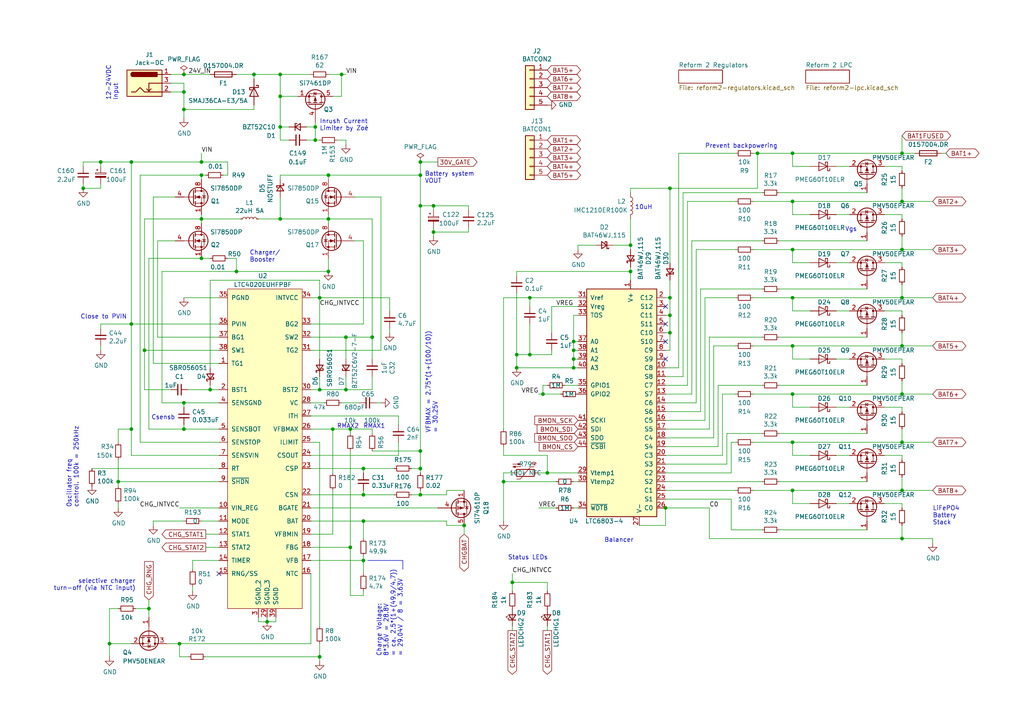
<source format=kicad_sch>
(kicad_sch (version 20231120) (generator "eeschema") (generator_version "8.0")
  (paper "A4")
  (title_block (title "MNT Reform 2 Power System") (date "2023-02-13") (rev "2.5D-2") (company "MNT Research GmbH") (comment 1 "https://mntre.com") (comment 2 "Engineer: Lukas F. Hartmann") (comment 3 "License: CERN-OHL-S 2.0"))
  (junction (at 166.37 104.14))
  (junction (at 134.62 152.4))
  (junction (at 68.58 78.74))
  (junction (at 121.92 135.89))
  (junction (at 105.41 143.51))
  (junction (at 95.25 63.5))
  (junction (at 229.87 44.45))
  (junction (at 229.87 128.27))
  (junction (at 100.33 97.79))
  (junction (at 43.18 176.53))
  (junction (at 100.33 113.03))
  (junction (at 58.42 63.5))
  (junction (at 125.73 67.31))
  (junction (at 105.41 162.56))
  (junction (at 229.87 72.39))
  (junction (at 194.31 86.36))
  (junction (at 229.87 114.3))
  (junction (at 53.34 116.84))
  (junction (at 52.07 186.69))
  (junction (at 261.62 44.45))
  (junction (at 229.87 58.42))
  (junction (at 96.52 124.46))
  (junction (at 81.28 27.94))
  (junction (at 166.37 99.06))
  (junction (at 194.31 96.52))
  (junction (at 153.67 102.87))
  (junction (at 261.62 100.33))
  (junction (at 261.62 128.27))
  (junction (at 77.47 180.34))
  (junction (at 121.92 46.99))
  (junction (at 229.87 100.33))
  (junction (at 91.44 36.83))
  (junction (at 158.75 137.16))
  (junction (at 91.44 40.64))
  (junction (at 121.92 130.81))
  (junction (at 92.71 86.36))
  (junction (at 53.34 31.75))
  (junction (at 92.71 113.03))
  (junction (at 121.92 50.8))
  (junction (at 194.31 91.44))
  (junction (at 73.66 21.59))
  (junction (at 92.71 190.5))
  (junction (at 31.75 186.69))
  (junction (at 101.6 124.46))
  (junction (at 95.25 78.74))
  (junction (at 157.48 114.3))
  (junction (at 219.71 44.45))
  (junction (at 53.34 21.59))
  (junction (at 261.62 156.21))
  (junction (at 60.96 113.03))
  (junction (at 261.62 142.24))
  (junction (at 58.42 74.93))
  (junction (at 105.41 135.89))
  (junction (at 194.31 54.61))
  (junction (at 121.92 59.69))
  (junction (at 107.95 97.79))
  (junction (at 58.42 50.8))
  (junction (at 29.21 46.99))
  (junction (at 58.42 46.99))
  (junction (at 81.28 21.59))
  (junction (at 95.25 50.8))
  (junction (at 182.88 71.12))
  (junction (at 101.6 158.75))
  (junction (at 81.28 63.5))
  (junction (at 99.06 21.59))
  (junction (at 166.37 106.68))
  (junction (at 38.1 46.99))
  (junction (at 38.1 93.98))
  (junction (at 149.86 102.87))
  (junction (at 193.04 147.32))
  (junction (at 166.37 101.6))
  (junction (at 149.86 106.68))
  (junction (at 53.34 26.67))
  (junction (at 153.67 86.36))
  (junction (at 229.87 142.24))
  (junction (at 125.73 59.69))
  (junction (at 34.29 139.7))
  (junction (at 261.62 86.36))
  (junction (at 38.1 124.46))
  (junction (at 182.88 78.74))
  (junction (at 261.62 58.42))
  (junction (at 53.34 124.46))
  (junction (at 24.13 54.61))
  (junction (at 41.91 101.6))
  (junction (at 146.05 139.7))
  (junction (at 105.41 151.13))
  (junction (at 81.28 36.83))
  (junction (at 261.62 114.3))
  (junction (at 121.92 143.51))
  (junction (at 261.62 72.39))
  (junction (at 229.87 86.36))
  (junction (at 148.59 168.91))
  (no_connect (at 193.04 93.98))
  (no_connect (at 193.04 104.14))
  (no_connect (at 63.5 166.37))
  (no_connect (at 193.04 99.06))
  (no_connect (at 193.04 88.9))
  (wire (pts (xy 229.87 104.14) (xy 229.87 100.33)))
  (wire (pts (xy 261.62 54.61) (xy 261.62 58.42)))
  (wire (pts (xy 220.98 55.88) (xy 198.12 55.88)))
  (wire (pts (xy 101.6 125.73) (xy 101.6 124.46)))
  (wire (pts (xy 105.41 166.37) (xy 105.41 162.56)))
  (wire (pts (xy 105.41 135.89) (xy 114.3 135.89)))
  (wire (pts (xy 125.73 68.58) (xy 125.73 67.31)))
  (wire (pts (xy 261.62 58.42) (xy 270.51 58.42)))
  (wire (pts (xy 218.44 100.33) (xy 229.87 100.33)))
  (wire (pts (xy 146.05 137.16) (xy 146.05 139.7)))
  (wire (pts (xy 58.42 64.77) (xy 58.42 63.5)))
  (wire (pts (xy 100.33 21.59) (xy 99.06 21.59)))
  (wire (pts (xy 90.17 158.75) (xy 101.6 158.75)))
  (wire (pts (xy 256.54 118.11) (xy 261.62 118.11)))
  (wire (pts (xy 226.06 55.88) (xy 251.46 55.88)))
  (wire (pts (xy 261.62 142.24) (xy 270.51 142.24)))
  (wire (pts (xy 220.98 83.82) (xy 203.2 83.82)))
  (wire (pts (xy 43.18 176.53) (xy 43.18 179.07)))
  (wire (pts (xy 219.71 44.45) (xy 219.71 54.61)))
  (wire (pts (xy 90.17 21.59) (xy 81.28 21.59)))
  (wire (pts (xy 121.92 50.8) (xy 121.92 59.69)))
  (wire (pts (xy 96.52 142.24) (xy 96.52 154.94)))
  (wire (pts (xy 201.93 72.39) (xy 201.93 116.84)))
  (wire (pts (xy 135.89 59.69) (xy 135.89 60.96)))
  (wire (pts (xy 96.52 137.16) (xy 96.52 124.46)))
  (wire (pts (xy 209.55 114.3) (xy 209.55 132.08)))
  (wire (pts (xy 229.87 86.36) (xy 261.62 86.36)))
  (wire (pts (xy 53.34 21.59) (xy 60.96 21.59)))
  (wire (pts (xy 218.44 72.39) (xy 229.87 72.39)))
  (wire (pts (xy 52.07 186.69) (xy 90.17 186.69)))
  (wire (pts (xy 212.09 153.67) (xy 212.09 144.78)))
  (wire (pts (xy 220.98 139.7) (xy 193.04 139.7)))
  (wire (pts (xy 234.95 104.14) (xy 229.87 104.14)))
  (wire (pts (xy 77.47 180.34) (xy 77.47 179.07)))
  (wire (pts (xy 199.39 58.42) (xy 213.36 58.42)))
  (wire (pts (xy 198.12 109.22) (xy 193.04 109.22)))
  (wire (pts (xy 92.71 40.64) (xy 91.44 40.64)))
  (wire (pts (xy 261.62 156.21) (xy 270.51 156.21)))
  (wire (pts (xy 129.54 143.51) (xy 129.54 142.24)))
  (wire (pts (xy 41.91 63.5) (xy 58.42 63.5)))
  (wire (pts (xy 226.06 111.76) (xy 251.46 111.76)))
  (wire (pts (xy 194.31 86.36) (xy 193.04 86.36)))
  (wire (pts (xy 194.31 81.28) (xy 194.31 86.36)))
  (wire (pts (xy 92.71 113.03) (xy 100.33 113.03)))
  (wire (pts (xy 38.1 93.98) (xy 63.5 93.98)))
  (wire (pts (xy 104.14 116.84) (xy 99.06 116.84)))
  (wire (pts (xy 129.54 152.4) (xy 134.62 152.4)))
  (wire (pts (xy 148.59 168.91) (xy 148.59 171.45)))
  (wire (pts (xy 58.42 74.93) (xy 60.96 74.93)))
  (wire (pts (xy 177.8 71.12) (xy 182.88 71.12)))
  (wire (pts (xy 129.54 151.13) (xy 129.54 152.4)))
  (wire (pts (xy 113.03 96.52) (xy 113.03 95.25)))
  (wire (pts (xy 229.87 62.23) (xy 229.87 58.42)))
  (wire (pts (xy 234.95 48.26) (xy 229.87 48.26)))
  (wire (pts (xy 90.17 166.37) (xy 90.17 186.69)))
  (wire (pts (xy 49.53 26.67) (xy 53.34 26.67)))
  (wire (pts (xy 207.01 100.33) (xy 207.01 127)))
  (wire (pts (xy 54.61 113.03) (xy 60.96 113.03)))
  (wire (pts (xy 107.95 63.5) (xy 95.25 63.5)))
  (wire (pts (xy 43.18 74.93) (xy 58.42 74.93)))
  (wire (pts (xy 115.57 120.65) (xy 90.17 120.65)))
  (wire (pts (xy 105.41 151.13) (xy 105.41 156.21)))
  (wire (pts (xy 40.64 50.8) (xy 40.64 128.27)))
  (wire (pts (xy 149.86 102.87) (xy 153.67 102.87)))
  (wire (pts (xy 270.51 156.21) (xy 270.51 157.48)))
  (wire (pts (xy 100.33 109.22) (xy 100.33 113.03)))
  (wire (pts (xy 34.29 176.53) (xy 31.75 176.53)))
  (wire (pts (xy 92.71 128.27) (xy 92.71 181.61)))
  (wire (pts (xy 261.62 104.14) (xy 261.62 105.41)))
  (wire (pts (xy 218.44 128.27) (xy 229.87 128.27)))
  (wire (pts (xy 196.85 106.68) (xy 193.04 106.68)))
  (polyline (pts (xy 106.68 162.56) (xy 116.84 162.56)))
  (wire (pts (xy 74.93 63.5) (xy 81.28 63.5)))
  (wire (pts (xy 53.34 24.13) (xy 53.34 26.67)))
  (wire (pts (xy 49.53 24.13) (xy 53.34 24.13)))
  (wire (pts (xy 74.93 179.07) (xy 74.93 180.34)))
  (wire (pts (xy 68.58 78.74) (xy 95.25 78.74)))
  (wire (pts (xy 101.6 130.81) (xy 101.6 158.75)))
  (wire (pts (xy 90.17 154.94) (xy 96.52 154.94)))
  (wire (pts (xy 63.5 135.89) (xy 26.67 135.89)))
  (wire (pts (xy 167.64 71.12) (xy 167.64 72.39)))
  (wire (pts (xy 234.95 62.23) (xy 229.87 62.23)))
  (wire (pts (xy 167.64 88.9) (xy 160.02 88.9)))
  (wire (pts (xy 129.54 142.24) (xy 134.62 142.24)))
  (wire (pts (xy 34.29 139.7) (xy 63.5 139.7)))
  (wire (pts (xy 95.25 78.74) (xy 95.25 74.93)))
  (wire (pts (xy 107.95 109.22) (xy 107.95 113.03)))
  (wire (pts (xy 115.57 132.08) (xy 115.57 128.27)))
  (wire (pts (xy 125.73 59.69) (xy 135.89 59.69)))
  (wire (pts (xy 135.89 67.31) (xy 135.89 66.04)))
  (wire (pts (xy 261.62 90.17) (xy 261.62 91.44)))
  (wire (pts (xy 107.95 124.46) (xy 101.6 124.46)))
  (wire (pts (xy 34.29 128.27) (xy 34.29 124.46)))
  (wire (pts (xy 68.58 74.93) (xy 68.58 78.74)))
  (wire (pts (xy 193.04 91.44) (xy 194.31 91.44)))
  (wire (pts (xy 107.95 113.03) (xy 100.33 113.03)))
  (wire (pts (xy 193.04 142.24) (xy 213.36 142.24)))
  (wire (pts (xy 219.71 44.45) (xy 229.87 44.45)))
  (wire (pts (xy 44.45 105.41) (xy 63.5 105.41)))
  (wire (pts (xy 256.54 48.26) (xy 261.62 48.26)))
  (wire (pts (xy 100.33 97.79) (xy 100.33 104.14)))
  (wire (pts (xy 229.87 118.11) (xy 229.87 114.3)))
  (wire (pts (xy 95.25 50.8) (xy 121.92 50.8)))
  (wire (pts (xy 157.48 111.76) (xy 157.48 114.3)))
  (wire (pts (xy 242.57 132.08) (xy 246.38 132.08)))
  (polyline (pts (xy 116.84 162.56) (xy 116.84 165.1)))
  (wire (pts (xy 40.64 128.27) (xy 63.5 128.27)))
  (wire (pts (xy 196.85 44.45) (xy 196.85 106.68)))
  (wire (pts (xy 156.21 114.3) (xy 157.48 114.3)))
  (wire (pts (xy 95.25 52.07) (xy 95.25 50.8)))
  (wire (pts (xy 242.57 76.2) (xy 246.38 76.2)))
  (wire (pts (xy 88.9 36.83) (xy 91.44 36.83)))
  (wire (pts (xy 39.37 176.53) (xy 43.18 176.53)))
  (wire (pts (xy 92.71 109.22) (xy 92.71 113.03)))
  (wire (pts (xy 146.05 139.7) (xy 161.29 139.7)))
  (wire (pts (xy 63.5 101.6) (xy 41.91 101.6)))
  (wire (pts (xy 125.73 67.31) (xy 125.73 66.04)))
  (wire (pts (xy 166.37 91.44) (xy 166.37 99.06)))
  (wire (pts (xy 153.67 88.9) (xy 153.67 86.36)))
  (wire (pts (xy 50.8 57.15) (xy 44.45 57.15)))
  (wire (pts (xy 107.95 125.73) (xy 107.95 124.46)))
  (wire (pts (xy 41.91 113.03) (xy 41.91 101.6)))
  (wire (pts (xy 153.67 102.87) (xy 160.02 102.87)))
  (wire (pts (xy 218.44 86.36) (xy 229.87 86.36)))
  (wire (pts (xy 105.41 161.29) (xy 105.41 162.56)))
  (wire (pts (xy 29.21 93.98) (xy 29.21 95.25)))
  (wire (pts (xy 81.28 50.8) (xy 95.25 50.8)))
  (wire (pts (xy 58.42 46.99) (xy 38.1 46.99)))
  (wire (pts (xy 53.34 151.13) (xy 44.45 151.13)))
  (wire (pts (xy 92.71 113.03) (xy 90.17 113.03)))
  (wire (pts (xy 58.42 50.8) (xy 40.64 50.8)))
  (wire (pts (xy 226.06 69.85) (xy 251.46 69.85)))
  (wire (pts (xy 149.86 80.01) (xy 149.86 78.74)))
  (wire (pts (xy 149.86 102.87) (xy 149.86 85.09)))
  (wire (pts (xy 96.52 124.46) (xy 101.6 124.46)))
  (wire (pts (xy 234.95 76.2) (xy 229.87 76.2)))
  (wire (pts (xy 261.62 114.3) (xy 270.51 114.3)))
  (wire (pts (xy 46.99 116.84) (xy 53.34 116.84)))
  (wire (pts (xy 212.09 137.16) (xy 212.09 128.27)))
  (wire (pts (xy 53.34 118.11) (xy 53.34 116.84)))
  (wire (pts (xy 41.91 101.6) (xy 41.91 63.5)))
  (wire (pts (xy 226.06 139.7) (xy 251.46 139.7)))
  (wire (pts (xy 229.87 142.24) (xy 261.62 142.24)))
  (wire (pts (xy 114.3 143.51) (xy 105.41 143.51)))
  (wire (pts (xy 121.92 46.99) (xy 127 46.99)))
  (wire (pts (xy 81.28 57.15) (xy 81.28 63.5)))
  (wire (pts (xy 58.42 44.45) (xy 58.42 46.99)))
  (wire (pts (xy 261.62 68.58) (xy 261.62 72.39)))
  (wire (pts (xy 121.92 143.51) (xy 129.54 143.51)))
  (wire (pts (xy 193.04 132.08) (xy 209.55 132.08)))
  (wire (pts (xy 167.64 86.36) (xy 153.67 86.36)))
  (wire (pts (xy 156.21 137.16) (xy 158.75 137.16)))
  (wire (pts (xy 193.04 134.62) (xy 210.82 134.62)))
  (wire (pts (xy 234.95 146.05) (xy 229.87 146.05)))
  (wire (pts (xy 83.82 40.64) (xy 81.28 40.64)))
  (wire (pts (xy 261.62 39.37) (xy 261.62 44.45)))
  (wire (pts (xy 261.62 118.11) (xy 261.62 119.38)))
  (wire (pts (xy 265.43 44.45) (xy 261.62 44.45)))
  (wire (pts (xy 107.95 104.14) (xy 107.95 97.79)))
  (wire (pts (xy 182.88 54.61) (xy 182.88 55.88)))
  (wire (pts (xy 90.17 97.79) (xy 100.33 97.79)))
  (wire (pts (xy 90.17 124.46) (xy 96.52 124.46)))
  (wire (pts (xy 81.28 36.83) (xy 81.28 40.64)))
  (wire (pts (xy 81.28 27.94) (xy 86.36 27.94)))
  (wire (pts (xy 261.62 138.43) (xy 261.62 142.24)))
  (wire (pts (xy 198.12 55.88) (xy 198.12 109.22)))
  (wire (pts (xy 91.44 40.64) (xy 88.9 40.64)))
  (wire (pts (xy 95.25 63.5) (xy 95.25 62.23)))
  (wire (pts (xy 182.88 78.74) (xy 182.88 81.28)))
  (wire (pts (xy 121.92 143.51) (xy 121.92 142.24)))
  (wire (pts (xy 182.88 77.47) (xy 182.88 78.74)))
  (wire (pts (xy 34.29 147.32) (xy 34.29 146.05)))
  (wire (pts (xy 53.34 31.75) (xy 53.34 34.29)))
  (wire (pts (xy 193.04 152.4) (xy 193.04 147.32)))
  (wire (pts (xy 146.05 132.08) (xy 158.75 132.08)))
  (wire (pts (xy 205.74 97.79) (xy 220.98 97.79)))
  (wire (pts (xy 256.54 76.2) (xy 261.62 76.2)))
  (wire (pts (xy 261.62 76.2) (xy 261.62 77.47)))
  (wire (pts (xy 194.31 91.44) (xy 194.31 86.36)))
  (wire (pts (xy 153.67 93.98) (xy 153.67 102.87)))
  (wire (pts (xy 220.98 111.76) (xy 208.28 111.76)))
  (wire (pts (xy 92.71 190.5) (xy 92.71 191.77)))
  (wire (pts (xy 210.82 134.62) (xy 210.82 125.73)))
  (wire (pts (xy 45.72 97.79) (xy 63.5 97.79)))
  (wire (pts (xy 31.75 176.53) (xy 31.75 186.69)))
  (wire (pts (xy 121.92 59.69) (xy 121.92 130.81)))
  (wire (pts (xy 73.66 22.86) (xy 73.66 21.59)))
  (wire (pts (xy 38.1 132.08) (xy 38.1 124.46)))
  (wire (pts (xy 119.38 143.51) (xy 121.92 143.51)))
  (wire (pts (xy 226.06 97.79) (xy 251.46 97.79)))
  (wire (pts (xy 24.13 54.61) (xy 24.13 53.34)))
  (wire (pts (xy 167.64 101.6) (xy 166.37 101.6)))
  (wire (pts (xy 242.57 90.17) (xy 246.38 90.17)))
  (wire (pts (xy 92.71 104.14) (xy 92.71 86.36)))
  (wire (pts (xy 256.54 62.23) (xy 261.62 62.23)))
  (wire (pts (xy 167.64 91.44) (xy 166.37 91.44)))
  (wire (pts (xy 105.41 142.24) (xy 105.41 143.51)))
  (wire (pts (xy 204.47 86.36) (xy 213.36 86.36)))
  (wire (pts (xy 229.87 72.39) (xy 261.62 72.39)))
  (wire (pts (xy 242.57 62.23) (xy 246.38 62.23)))
  (wire (pts (xy 90.17 162.56) (xy 105.41 162.56)))
  (wire (pts (xy 185.42 152.4) (xy 193.04 152.4)))
  (wire (pts (xy 229.87 100.33) (xy 261.62 100.33)))
  (wire (pts (xy 201.93 72.39) (xy 213.36 72.39)))
  (wire (pts (xy 193.04 127) (xy 207.01 127)))
  (wire (pts (xy 60.96 106.68) (xy 60.96 81.28)))
  (wire (pts (xy 261.62 82.55) (xy 261.62 86.36)))
  (wire (pts (xy 81.28 36.83) (xy 81.28 27.94)))
  (wire (pts (xy 105.41 137.16) (xy 105.41 135.89)))
  (wire (pts (xy 49.53 21.59) (xy 53.34 21.59)))
  (wire (pts (xy 92.71 81.28) (xy 92.71 86.36)))
  (wire (pts (xy 256.54 104.14) (xy 261.62 104.14)))
  (wire (pts (xy 29.21 101.6) (xy 29.21 100.33)))
  (wire (pts (xy 261.62 72.39) (xy 270.51 72.39)))
  (wire (pts (xy 234.95 132.08) (xy 229.87 132.08)))
  (wire (pts (xy 234.95 90.17) (xy 229.87 90.17)))
  (wire (pts (xy 218.44 44.45) (xy 219.71 44.45)))
  (wire (pts (xy 218.44 58.42) (xy 229.87 58.42)))
  (wire (pts (xy 205.74 156.21) (xy 261.62 156.21)))
  (wire (pts (xy 146.05 137.16) (xy 148.59 137.16)))
  (wire (pts (xy 125.73 60.96) (xy 125.73 59.69)))
  (wire (pts (xy 166.37 99.06) (xy 167.64 99.06)))
  (wire (pts (xy 99.06 21.59) (xy 99.06 27.94)))
  (wire (pts (xy 92.71 86.36) (xy 113.03 86.36)))
  (wire (pts (xy 261.62 128.27) (xy 270.51 128.27)))
  (wire (pts (xy 146.05 86.36) (xy 153.67 86.36)))
  (wire (pts (xy 166.37 104.14) (xy 167.64 104.14)))
  (wire (pts (xy 90.17 135.89) (xy 105.41 135.89)))
  (wire (pts (xy 80.01 180.34) (xy 77.47 180.34)))
  (wire (pts (xy 101.6 172.72) (xy 105.41 172.72)))
  (wire (pts (xy 194.31 101.6) (xy 194.31 96.52)))
  (wire (pts (xy 212.09 128.27) (xy 213.36 128.27)))
  (wire (pts (xy 158.75 182.88) (xy 158.75 181.61)))
  (wire (pts (xy 38.1 124.46) (xy 38.1 93.98)))
  (wire (pts (xy 261.62 100.33) (xy 270.51 100.33)))
  (wire (pts (xy 29.21 48.26) (xy 29.21 46.99)))
  (wire (pts (xy 46.99 78.74) (xy 68.58 78.74)))
  (wire (pts (xy 48.26 186.69) (xy 52.07 186.69)))
  (wire (pts (xy 53.34 86.36) (xy 63.5 86.36)))
  (wire (pts (xy 81.28 63.5) (xy 95.25 63.5)))
  (wire (pts (xy 146.05 151.13) (xy 146.05 139.7)))
  (wire (pts (xy 95.25 21.59) (xy 99.06 21.59)))
  (wire (pts (xy 105.41 171.45) (xy 105.41 172.72)))
  (wire (pts (xy 107.95 97.79) (xy 107.95 63.5)))
  (wire (pts (xy 256.54 90.17) (xy 261.62 90.17)))
  (wire (pts (xy 182.88 54.61) (xy 194.31 54.61)))
  (wire (pts (xy 166.37 106.68) (xy 166.37 104.14)))
  (wire (pts (xy 90.17 116.84) (xy 93.98 116.84)))
  (wire (pts (xy 31.75 190.5) (xy 31.75 186.69)))
  (wire (pts (xy 121.92 50.8) (xy 121.92 46.99)))
  (wire (pts (xy 63.5 162.56) (xy 55.88 162.56)))
  (wire (pts (xy 49.53 113.03) (xy 41.91 113.03)))
  (wire (pts (xy 45.72 69.85) (xy 45.72 97.79)))
  (wire (pts (xy 60.96 111.76) (xy 60.96 113.03)))
  (wire (pts (xy 193.04 137.16) (xy 212.09 137.16)))
  (wire (pts (xy 182.88 78.74) (xy 149.86 78.74)))
  (wire (pts (xy 193.04 111.76) (xy 199.39 111.76)))
  (wire (pts (xy 149.86 106.68) (xy 166.37 106.68)))
  (wire (pts (xy 229.87 114.3) (xy 261.62 114.3)))
  (wire (pts (xy 105.41 143.51) (xy 90.17 143.51)))
  (wire (pts (xy 59.69 154.94) (xy 63.5 154.94)))
  (wire (pts (xy 146.05 124.46) (xy 146.05 86.36)))
  (wire (pts (xy 58.42 63.5) (xy 58.42 62.23)))
  (wire (pts (xy 90.17 147.32) (xy 127 147.32)))
  (wire (pts (xy 38.1 132.08) (xy 63.5 132.08)))
  (wire (pts (xy 166.37 104.14) (xy 166.37 101.6)))
  (wire (pts (xy 121.92 135.89) (xy 121.92 137.16)))
  (wire (pts (xy 208.28 129.54) (xy 193.04 129.54)))
  (wire (pts (xy 110.49 57.15) (xy 102.87 57.15)))
  (wire (pts (xy 69.85 63.5) (xy 58.42 63.5)))
  (wire (pts (xy 200.66 114.3) (xy 200.66 69.85)))
  (wire (pts (xy 66.04 50.8) (xy 64.77 50.8)))
  (wire (pts (xy 157.48 114.3) (xy 162.56 114.3)))
  (wire (pts (xy 261.62 96.52) (xy 261.62 100.33)))
  (wire (pts (xy 24.13 48.26) (xy 24.13 46.99)))
  (wire (pts (xy 55.88 162.56) (xy 55.88 165.1)))
  (wire (pts (xy 134.62 154.94) (xy 134.62 152.4)))
  (wire (pts (xy 53.34 31.75) (xy 73.66 31.75)))
  (wire (pts (xy 166.37 147.32) (xy 167.64 147.32)))
  (wire (pts (xy 34.29 139.7) (xy 34.29 133.35)))
  (wire (pts (xy 226.06 83.82) (xy 251.46 83.82)))
  (wire (pts (xy 163.83 111.76) (xy 167.64 111.76)))
  (wire (pts (xy 105.41 69.85) (xy 102.87 69.85)))
  (wire (pts (xy 24.13 54.61) (xy 29.21 54.61)))
  (wire (pts (xy 242.57 104.14) (xy 246.38 104.14)))
  (wire (pts (xy 92.71 86.36) (xy 90.17 86.36)))
  (wire (pts (xy 44.45 151.13) (xy 44.45 152.4)))
  (wire (pts (xy 44.45 57.15) (xy 44.45 105.41)))
  (wire (pts (xy 55.88 171.45) (xy 55.88 170.18)))
  (wire (pts (xy 160.02 101.6) (xy 160.02 102.87)))
  (wire (pts (xy 83.82 36.83) (xy 81.28 36.83)))
  (wire (pts (xy 113.03 86.36) (xy 113.03 90.17)))
  (wire (pts (xy 92.71 186.69) (xy 92.71 190.5)))
  (wire (pts (xy 91.44 36.83) (xy 91.44 35.56)))
  (wire (pts (xy 212.09 144.78) (xy 193.04 144.78)))
  (wire (pts (xy 100.33 97.79) (xy 107.95 97.79)))
  (wire (pts (xy 193.04 96.52) (xy 194.31 96.52)))
  (wire (pts (xy 58.42 46.99) (xy 66.04 46.99)))
  (wire (pts (xy 205.74 124.46) (xy 205.74 97.79)))
  (wire (pts (xy 66.04 46.99) (xy 66.04 50.8)))
  (wire (pts (xy 261.62 48.26) (xy 261.62 49.53)))
  (wire (pts (xy 54.61 190.5) (xy 52.07 190.5)))
  (wire (pts (xy 194.31 54.61) (xy 219.71 54.61)))
  (wire (pts (xy 193.04 147.32) (xy 205.74 147.32)))
  (wire (pts (xy 53.34 26.67) (xy 53.34 31.75)))
  (wire (pts (xy 148.59 166.37) (xy 148.59 168.91)))
  (wire (pts (xy 261.62 62.23) (xy 261.62 63.5)))
  (wire (pts (xy 256.54 132.08) (xy 261.62 132.08)))
  (wire (pts (xy 199.39 58.42) (xy 199.39 111.76)))
  (wire (pts (xy 193.04 116.84) (xy 201.93 116.84)))
  (wire (pts (xy 226.06 153.67) (xy 251.46 153.67)))
  (wire (pts (xy 229.87 48.26) (xy 229.87 44.45)))
  (wire (pts (xy 148.59 182.88) (xy 148.59 181.61)))
  (wire (pts (xy 146.05 129.54) (xy 146.05 132.08)))
  (wire (pts (xy 119.38 135.89) (xy 121.92 135.89)))
  (wire (pts (xy 105.41 151.13) (xy 129.54 151.13)))
  (wire (pts (xy 156.21 147.32) (xy 161.29 147.32)))
  (wire (pts (xy 234.95 118.11) (xy 229.87 118.11)))
  (wire (pts (xy 229.87 90.17) (xy 229.87 86.36)))
  (wire (pts (xy 203.2 119.38) (xy 193.04 119.38)))
  (wire (pts (xy 95.25 64.77) (xy 95.25 63.5)))
  (wire (pts (xy 80.01 179.07) (xy 80.01 180.34)))
  (wire (pts (xy 91.44 36.83) (xy 91.44 40.64)))
  (wire (pts (xy 229.87 132.08) (xy 229.87 128.27)))
  (wire (pts (xy 207.01 100.33) (xy 213.36 100.33)))
  (wire (pts (xy 157.48 111.76) (xy 158.75 111.76)))
  (wire (pts (xy 158.75 132.08) (xy 158.75 137.16)))
  (wire (pts (xy 34.29 124.46) (xy 38.1 124.46)))
  (wire (pts (xy 73.66 21.59) (xy 68.58 21.59)))
  (wire (pts (xy 81.28 21.59) (xy 81.28 27.94)))
  (wire (pts (xy 63.5 124.46) (xy 53.34 124.46)))
  (wire (pts (xy 261.62 110.49) (xy 261.62 114.3)))
  (wire (pts (xy 193.04 121.92) (xy 204.47 121.92)))
  (wire (pts (xy 34.29 140.97) (xy 34.29 139.7)))
  (wire (pts (xy 74.93 180.34) (xy 77.47 180.34)))
  (wire (pts (xy 105.41 93.98) (xy 105.41 69.85)))
  (wire (pts (xy 205.74 147.32) (xy 205.74 156.21)))
  (wire (pts (xy 160.02 88.9) (xy 160.02 96.52)))
  (wire (pts (xy 60.96 81.28) (xy 92.71 81.28)))
  (wire (pts (xy 31.75 186.69) (xy 38.1 186.69)))
  (wire (pts (xy 125.73 59.69) (xy 121.92 59.69)))
  (wire (pts (xy 63.5 151.13) (xy 58.42 151.13)))
  (wire (pts (xy 50.8 69.85) (xy 45.72 69.85)))
  (wire (pts (xy 256.54 146.05) (xy 261.62 146.05)))
  (wire (pts (xy 100.33 41.91) (xy 100.33 40.64)))
  (wire (pts (xy 107.95 130.81) (xy 121.92 130.81)))
  (wire (pts (xy 203.2 83.82) (xy 203.2 119.38)))
  (wire (pts (xy 220.98 153.67) (xy 212.09 153.67)))
  (wire (pts (xy 226.06 125.73) (xy 251.46 125.73)))
  (wire (pts (xy 194.31 54.61) (xy 194.31 76.2)))
  (wire (pts (xy 166.37 101.6) (xy 166.37 99.06)))
  (wire (pts (xy 60.96 113.03) (xy 63.5 113.03)))
  (wire (pts (xy 43.18 124.46) (xy 43.18 74.93)))
  (wire (pts (xy 149.86 102.87) (xy 149.86 106.68)))
  (wire (pts (xy 53.34 123.19) (xy 53.34 124.46)))
  (wire (pts (xy 81.28 21.59) (xy 73.66 21.59)))
  (wire (pts (xy 229.87 58.42) (xy 261.62 58.42)))
  (wire (pts (xy 81.28 52.07) (xy 81.28 50.8)))
  (wire (pts (xy 218.44 114.3) (xy 229.87 114.3)))
  (wire (pts (xy 229.87 44.45) (xy 261.62 44.45)))
  (wire (pts (xy 53.34 124.46) (xy 43.18 124.46)))
  (wire (pts (xy 24.13 46.99) (xy 29.21 46.99)))
  (wire (pts (xy 182.88 72.39) (xy 182.88 71.12)))
  (wire (pts (xy 90.17 93.98) (xy 105.41 93.98)))
  (wire (pts (xy 193.04 101.6) (xy 194.31 101.6)))
  (wire (pts (xy 52.07 147.32) (xy 63.5 147.32)))
  (wire (pts (xy 29.21 46.99) (xy 38.1 46.99)))
  (wire (pts (xy 90.17 128.27) (xy 92.71 128.27)))
  (wire (pts (xy 209.55 114.3) (xy 213.36 114.3)))
  (wire (pts (xy 59.69 50.8) (xy 58.42 50.8)))
  (wire (pts (xy 208.28 111.76) (xy 208.28 129.54)))
  (wire (pts (xy 73.66 30.48) (xy 73.66 31.75)))
  (wire (pts (xy 38.1 93.98) (xy 29.21 93.98)))
  (wire (pts (xy 167.64 139.7) (xy 166.37 139.7)))
  (wire (pts (xy 210.82 125.73) (xy 220.98 125.73)))
  (wire (pts (xy 115.57 120.65) (xy 115.57 123.19)))
  (wire (pts (xy 261.62 152.4) (xy 261.62 156.21)))
  (wire (pts (xy 66.04 74.93) (xy 68.58 74.93)))
  (wire (pts (xy 242.57 146.05) (xy 246.38 146.05)))
  (wire (pts (xy 90.17 101.6) (xy 110.49 101.6)))
  (wire (pts (xy 100.33 40.64) (xy 97.79 40.64)))
  (wire (pts (xy 194.31 96.52) (xy 194.31 91.44)))
  (wire (pts (xy 101.6 158.75) (xy 101.6 172.72)))
  (wire (pts (xy 53.34 116.84) (xy 63.5 116.84)))
  (wire (pts (xy 43.18 173.99) (xy 43.18 176.53)))
  (wire (pts (xy 242.57 118.11) (xy 246.38 118.11)))
  (wire (pts (xy 182.88 63.5) (xy 182.88 71.12)))
  (wire (pts (xy 261.62 124.46) (xy 261.62 128.27)))
  (wire (pts (xy 110.49 116.84) (xy 109.22 116.84)))
  (wire (pts (xy 229.87 76.2) (xy 229.87 72.39)))
  (wire (pts (xy 172.72 71.12) (xy 167.64 71.12)))
  (wire (pts (xy 229.87 146.05) (xy 229.87 142.24)))
  (wire (pts (xy 218.44 142.24) (xy 229.87 142.24)))
  (wire (pts (xy 99.06 27.94) (xy 96.52 27.94)))
  (wire (pts (xy 158.75 137.16) (xy 167.64 137.16)))
  (wire (pts (xy 273.05 44.45) (xy 274.32 44.45)))
  (wire (pts (xy 110.49 101.6) (xy 110.49 57.15)))
  (wire (pts (xy 90.17 132.08) (xy 115.57 132.08)))
  (wire (pts (xy 52.07 186.69) (xy 52.07 190.5)))
  (wire (pts (xy 167.64 106.68) (xy 166.37 106.68)))
  (wire (pts (xy 158.75 171.45) (xy 158.75 168.91)))
  (wire (pts (xy 38.1 46.99) (xy 38.1 93.98)))
  (wire (pts (xy 158.75 168.91) (xy 148.59 168.91)))
  (wire (pts (xy 261.62 86.36) (xy 270.51 86.36)))
  (wire (pts (xy 261.62 146.05) (xy 261.62 147.32)))
  (wire (pts (xy 193.04 124.46) (xy 205.74 124.46)))
  (wire (pts (xy 242.57 48.26) (xy 246.38 48.26)))
  (wire (pts (xy 125.73 67.31) (xy 135.89 67.31)))
  (wire (pts (xy 229.87 128.27) (xy 261.62 128.27)))
  (wire (pts (xy 46.99 78.74) (xy 46.99 116.84)))
  (wire (pts (xy 204.47 86.36) (xy 204.47 121.92)))
  (wire (pts (xy 29.21 54.61) (xy 29.21 53.34)))
  (wire (pts (xy 200.66 69.85) (xy 220.98 69.85)))
  (wire (pts (xy 59.69 190.5) (xy 92.71 190.5)))
  (wire (pts (xy 58.42 50.8) (xy 58.42 52.07)))
  (wire (pts (xy 196.85 44.45) (xy 213.36 44.45)))
  (wire (pts (xy 261.62 132.08) (xy 261.62 133.35)))
  (wire (pts (xy 63.5 158.75) (xy 59.69 158.75)))
  (wire (pts (xy 90.17 151.13) (xy 105.41 151.13)))
  (wire (pts (xy 193.04 114.3) (xy 200.66 114.3)))
  (wire (pts (xy 121.92 130.81) (xy 121.92 135.89)))
  (text "Vgs" (at 245.11 67.31 0) (effects (font (size 1.27 1.27)) (justify left bottom)))
  (text "Oscillator freq\ncontrol. 100k = 250kHz" (at 22.86 147.32 90) (effects (font (size 1.27 1.27)) (justify left bottom)))
  (text "Csensb" (at 50.8 121.92 0) (effects (font (size 1.27 1.27)) (justify right bottom)))
  (text "Charge Voltage: \n8*3.6V = 28.8V\n= ca. 2.5*(1+(49.9/4.7))\n= 29.04V / 8 = 3.63V" (at 116.84 190.5 90) (effects (font (size 1.27 1.27)) (justify left bottom)))
  (text "Close to PVIN" (at 36.83 92.71 0) (effects (font (size 1.27 1.27)) (justify right bottom)))
  (text "10uH" (at 184.15 60.96 0) (effects (font (size 1.27 1.27)) (justify left bottom)))
  (text "12-24VDC\nInput" (at 34.29 29.21 90) (effects (font (size 1.27 1.27)) (justify left bottom)))
  (text "Inrush Current\nLimiter by Zoé" (at 92.71 38.1 0) (effects (font (size 1.27 1.27)) (justify left bottom)))
  (text "LiFePO4\nBattery\nStack" (at 270.51 152.4 0) (effects (font (size 1.27 1.27)) (justify left bottom)))
  (text "Battery system\nVOUT" (at 123.19 53.34 0) (effects (font (size 1.27 1.27)) (justify left bottom)))
  (text "selective charger\nturn-off (via NTC input)" (at 39.37 171.45 0) (effects (font (size 1.27 1.27)) (justify right bottom)))
  (text "Status LEDs" (at 147.32 162.56 0) (effects (font (size 1.27 1.27)) (justify left bottom)))
  (text "VFBMAX = 2.75*(1+(100/10))\n= 30.25V" (at 127 125.73 90) (effects (font (size 1.27 1.27)) (justify left bottom)))
  (text "RMAX2" (at 104.14 124.46 0) (effects (font (size 1.27 1.27)) (justify right bottom)))
  (text "Prevent backpowering" (at 204.47 43.18 0) (effects (font (size 1.27 1.27)) (justify left bottom)))
  (text "RMAX1" (at 111.76 124.46 0) (effects (font (size 1.27 1.27)) (justify right bottom)))
  (text "Balancer" (at 175.26 157.48 0) (effects (font (size 1.27 1.27)) (justify left bottom)))
  (text "Charger/\nBooster" (at 72.39 76.2 0) (effects (font (size 1.27 1.27)) (justify left bottom)))
  (label "VREG" (at 161.29 88.9 0))
  (label "VIN" (at 100.33 21.59 0))
  (label "C0" (at 205.74 147.32 0))
  (label "24V_IN" (at 54.61 21.59 0))
  (label "VIN" (at 58.42 44.45 0))
  (label "CHG_INTVCC" (at 148.59 166.37 0))
  (label "CHG_INTVCC" (at 52.07 147.32 180))
  (label "CHG_INTVCC" (at 92.71 88.9 0))
  (label "VREG" (at 156.21 114.3 180))
  (label "VREG" (at 156.21 147.32 0))
  (global_label "BAT3+" (shape bidirectional) (at 270.51 72.39 0) (property "Intersheetrefs" "${INTERSHEET_REFS}" (effects (hide yes))))
  (global_label "BAT2+" (shape bidirectional) (at 270.51 58.42 0) (property "Intersheetrefs" "${INTERSHEET_REFS}" (effects (hide yes))))
  (global_label "CHG_STAT1" (shape output) (at 158.75 182.88 270) (property "Intersheetrefs" "${INTERSHEET_REFS}" (effects (hide yes))))
  (global_label "BAT5+" (shape bidirectional) (at 158.75 50.8 0) (property "Intersheetrefs" "${INTERSHEET_REFS}" (effects (hide yes))))
  (global_label "BMON_SDO" (shape input) (at 167.64 127 180) (property "Intersheetrefs" "${INTERSHEET_REFS}" (effects (hide yes))))
  (global_label "BAT3+" (shape bidirectional) (at 158.75 45.72 0) (property "Intersheetrefs" "${INTERSHEET_REFS}" (effects (hide yes))))
  (global_label "BMON_CS" (shape input) (at 167.64 129.54 180) (property "Intersheetrefs" "${INTERSHEET_REFS}" (effects (hide yes))))
  (global_label "CHG_RNG" (shape input) (at 43.18 173.99 90) (property "Intersheetrefs" "${INTERSHEET_REFS}" (effects (hide yes))))
  (global_label "BAT7+" (shape bidirectional) (at 158.75 25.4 0) (property "Intersheetrefs" "${INTERSHEET_REFS}" (effects (hide yes))))
  (global_label "BAT1+" (shape bidirectional) (at 274.32 44.45 0) (property "Intersheetrefs" "${INTERSHEET_REFS}" (effects (hide yes))))
  (global_label "BAT6+" (shape bidirectional) (at 270.51 114.3 0) (property "Intersheetrefs" "${INTERSHEET_REFS}" (effects (hide yes))))
  (global_label "CHGBAT" (shape bidirectional) (at 134.62 154.94 270) (property "Intersheetrefs" "${INTERSHEET_REFS}" (effects (hide yes))))
  (global_label "CHG_STAT2" (shape output) (at 59.69 158.75 180) (property "Intersheetrefs" "${INTERSHEET_REFS}" (effects (hide yes))))
  (global_label "BAT2+" (shape bidirectional) (at 158.75 43.18 0) (property "Intersheetrefs" "${INTERSHEET_REFS}" (effects (hide yes))))
  (global_label "BAT1+" (shape bidirectional) (at 158.75 40.64 0) (property "Intersheetrefs" "${INTERSHEET_REFS}" (effects (hide yes))))
  (global_label "BAT4+" (shape bidirectional) (at 270.51 86.36 0) (property "Intersheetrefs" "${INTERSHEET_REFS}" (effects (hide yes))))
  (global_label "BAT5+" (shape bidirectional) (at 158.75 20.32 0) (property "Intersheetrefs" "${INTERSHEET_REFS}" (effects (hide yes))))
  (global_label "BAT8+" (shape bidirectional) (at 158.75 27.94 0) (property "Intersheetrefs" "${INTERSHEET_REFS}" (effects (hide yes))))
  (global_label "BAT6+" (shape bidirectional) (at 158.75 22.86 0) (property "Intersheetrefs" "${INTERSHEET_REFS}" (effects (hide yes))))
  (global_label "BAT8+" (shape bidirectional) (at 270.51 142.24 0) (property "Intersheetrefs" "${INTERSHEET_REFS}" (effects (hide yes))))
  (global_label "BAT5+" (shape bidirectional) (at 270.51 100.33 0) (property "Intersheetrefs" "${INTERSHEET_REFS}" (effects (hide yes))))
  (global_label "CHG_STAT2" (shape output) (at 148.59 182.88 270) (property "Intersheetrefs" "${INTERSHEET_REFS}" (effects (hide yes))))
  (global_label "30V_GATE" (shape output) (at 127 46.99 0) (property "Intersheetrefs" "${INTERSHEET_REFS}" (effects (hide yes))))
  (global_label "BAT7+" (shape bidirectional) (at 270.51 128.27 0) (property "Intersheetrefs" "${INTERSHEET_REFS}" (effects (hide yes))))
  (global_label "CHG_STAT1" (shape output) (at 59.69 154.94 180) (property "Intersheetrefs" "${INTERSHEET_REFS}" (effects (hide yes))))
  (global_label "BMON_SDI" (shape input) (at 167.64 124.46 180) (property "Intersheetrefs" "${INTERSHEET_REFS}" (effects (hide yes))))
  (global_label "BAT1FUSED" (shape bidirectional) (at 261.62 39.37 0) (property "Intersheetrefs" "${INTERSHEET_REFS}" (effects (hide yes))))
  (global_label "BMON_SCK" (shape input) (at 167.64 121.92 180) (property "Intersheetrefs" "${INTERSHEET_REFS}" (effects (hide yes))))
  (global_label "BAT4+" (shape bidirectional) (at 158.75 48.26 0) (property "Intersheetrefs" "${INTERSHEET_REFS}" (effects (hide yes))))
  (symbol (lib_id "Connector:Barrel_Jack_Switch") (at 41.91 24.13 0) (unit 1)
    (property "Reference" "J1" (at 43.3578 15.875 0))
    (property "Value" "Jack-DC" (at 43.3578 18.1864 0))
    (property "Footprint" "footprints:SWC_RAPC712X" (effects (hide yes)))
    (property "Manufacturer" "Würth" (effects (hide yes)))
    (property "Manufacturer_No" "694106301002" (effects (hide yes)))
    (property "Checked" "y" (effects (hide yes)))
    (property "Distributor" "Mouser" (effects (hide yes)))
  )
  (symbol (lib_id "power:GND") (at 270.51 157.48 0) (unit 1)
    (property "Reference" "#PWR0105" (effects (hide yes)))
    (property "Value" "GND" (at 270.637 161.8742 0))
  )
  (symbol (lib_id "Battery_Management:LTC6803-4") (at 180.34 116.84 0) (unit 1)
    (property "Reference" "U4" (at 166.37 151.13 0))
    (property "Value" "LTC6803-4" (at 175.26 151.13 0))
    (property "Footprint" "Package_SO:SSOP-44_5.3x12.8mm_P0.5mm" (effects (hide yes)))
    (property "Datasheet" "https://www.analog.com/media/en/technical-documentation/data-sheets/680324fa.pdf" (effects (hide yes)))
    (property "Manufacturer" "Analog Devices" (effects (hide yes)))
    (property "Manufacturer_No" "LTC6803IG-4#PBF" (effects (hide yes)))
    (property "Checked" "y" (effects (hide yes)))
    (property "Distributor" "Mouser" (effects (hide yes)))
  )
  (symbol (lib_id "Transistor_FET:DMG2301L") (at 251.46 134.62 270) (mirror x) (unit 1)
    (property "Reference" "Q11" (at 245.11 129.54 90))
    (property "Value" "PMV50EPEAR" (at 259.08 129.54 90))
    (property "Footprint" "Package_TO_SOT_SMD:SOT-23" (effects (hide yes)))
    (property "Manufacturer_No" "PMV50EPEAR" (effects (hide yes)))
    (property "Manufacturer" "Nexperia" (effects (hide yes)))
    (property "Checked" "y" (effects (hide yes)))
    (property "Distributor" "Mouser" (effects (hide yes)))
  )
  (symbol (lib_id "Device:R_Small") (at 223.52 139.7 270) (unit 1)
    (property "Reference" "R23" (at 223.52 134.7216 90))
    (property "Value" "3.3k" (at 223.52 137.033 90))
    (property "Footprint" "Resistor_SMD:R_0603_1608Metric" (effects (hide yes)))
    (property "Manufacturer" "Vishay Dale" (effects (hide yes)))
    (property "Manufacturer_No" "CRCW06033K30FKEAC" (effects (hide yes)))
    (property "Checked" "y" (effects (hide yes)))
    (property "Distributor" "Mouser" (effects (hide yes)))
  )
  (symbol (lib_id "Device:R_Small") (at 215.9 128.27 270) (unit 1)
    (property "Reference" "R15" (at 215.9 133.35 90))
    (property "Value" "100" (at 215.9 130.81 90))
    (property "Footprint" "Resistor_SMD:R_0603_1608Metric" (effects (hide yes)))
    (property "Manufacturer" "Vishay Dale" (effects (hide yes)))
    (property "Manufacturer_No" "CRCW0603100RFKEAC" (effects (hide yes)))
    (property "Distributor" "Mouser" (effects (hide yes)))
    (property "Checked" "y" (effects (hide yes)))
  )
  (symbol (lib_id "Device:R_Small") (at 261.62 135.89 180) (unit 1)
    (property "Reference" "R31" (at 256.54 135.89 90))
    (property "Value" "15" (at 259.08 135.89 90))
    (property "Footprint" "Resistor_SMD:R_2512_6332Metric" (effects (hide yes)))
    (property "Manufacturer" "TE Connectivity" (effects (hide yes)))
    (property "Manufacturer_No" "CRGCQ2512J15R" (effects (hide yes)))
    (property "Distributor" "Mouser" (effects (hide yes)))
    (property "Checked" "y" (effects (hide yes)))
  )
  (symbol (lib_id "Transistor_FET:DMG2301L") (at 251.46 50.8 270) (mirror x) (unit 1)
    (property "Reference" "Q5" (at 248.92 53.34 90))
    (property "Value" "PMV50EPEAR" (at 259.08 45.72 90))
    (property "Footprint" "Package_TO_SOT_SMD:SOT-23" (effects (hide yes)))
    (property "Manufacturer_No" "PMV50EPEAR" (effects (hide yes)))
    (property "Manufacturer" "Nexperia" (effects (hide yes)))
    (property "Checked" "y" (effects (hide yes)))
    (property "Distributor" "Mouser" (effects (hide yes)))
  )
  (symbol (lib_id "Device:R_Small") (at 223.52 55.88 270) (unit 1)
    (property "Reference" "R17" (at 223.52 50.9016 90))
    (property "Value" "3.3k" (at 223.52 53.213 90))
    (property "Footprint" "Resistor_SMD:R_0603_1608Metric" (effects (hide yes)))
    (property "Manufacturer" "Vishay Dale" (effects (hide yes)))
    (property "Manufacturer_No" "CRCW06033K30FKEAC" (effects (hide yes)))
    (property "Checked" "y" (effects (hide yes)))
    (property "Distributor" "Mouser" (effects (hide yes)))
  )
  (symbol (lib_id "Device:R_Small") (at 215.9 44.45 270) (unit 1)
    (property "Reference" "R9" (at 215.9 49.53 90))
    (property "Value" "10k" (at 215.9 46.99 90))
    (property "Footprint" "Resistor_SMD:R_0603_1608Metric" (effects (hide yes)))
    (property "Manufacturer" "Vishay Dale" (effects (hide yes)))
    (property "Manufacturer_No" "RC0603FR-0710KL" (effects (hide yes)))
    (property "Distributor" "Mouser" (effects (hide yes)))
    (property "Checked" "y" (effects (hide yes)))
  )
  (symbol (lib_id "Device:R_Small") (at 261.62 52.07 180) (unit 1)
    (property "Reference" "R25" (at 256.54 52.07 90))
    (property "Value" "15" (at 259.08 52.07 90))
    (property "Footprint" "Resistor_SMD:R_2512_6332Metric" (effects (hide yes)))
    (property "Manufacturer" "TE Connectivity" (effects (hide yes)))
    (property "Manufacturer_No" "CRGCQ2512J15R" (effects (hide yes)))
    (property "Distributor" "Mouser" (effects (hide yes)))
    (property "Checked" "y" (effects (hide yes)))
  )
  (symbol (lib_id "Transistor_FET:DMG2301L") (at 251.46 120.65 270) (mirror x) (unit 1)
    (property "Reference" "Q10" (at 245.11 115.57 90))
    (property "Value" "PMV50EPEAR" (at 259.08 115.57 90))
    (property "Footprint" "Package_TO_SOT_SMD:SOT-23" (effects (hide yes)))
    (property "Manufacturer_No" "PMV50EPEAR" (effects (hide yes)))
    (property "Manufacturer" "Nexperia" (effects (hide yes)))
    (property "Checked" "y" (effects (hide yes)))
    (property "Distributor" "Mouser" (effects (hide yes)))
  )
  (symbol (lib_id "Device:R_Small") (at 223.52 125.73 270) (unit 1)
    (property "Reference" "R22" (at 223.52 120.7516 90))
    (property "Value" "3.3k" (at 223.52 123.063 90))
    (property "Footprint" "Resistor_SMD:R_0603_1608Metric" (effects (hide yes)))
    (property "Manufacturer" "Vishay Dale" (effects (hide yes)))
    (property "Manufacturer_No" "CRCW06033K30FKEAC" (effects (hide yes)))
    (property "Checked" "y" (effects (hide yes)))
    (property "Distributor" "Mouser" (effects (hide yes)))
  )
  (symbol (lib_id "Device:R_Small") (at 215.9 114.3 270) (unit 1)
    (property "Reference" "R14" (at 215.9 119.38 90))
    (property "Value" "100" (at 215.9 116.84 90))
    (property "Footprint" "Resistor_SMD:R_0603_1608Metric" (effects (hide yes)))
    (property "Manufacturer" "Vishay Dale" (effects (hide yes)))
    (property "Manufacturer_No" "CRCW0603100RFKEAC" (effects (hide yes)))
    (property "Distributor" "Mouser" (effects (hide yes)))
    (property "Checked" "y" (effects (hide yes)))
  )
  (symbol (lib_id "Device:R_Small") (at 261.62 121.92 180) (unit 1)
    (property "Reference" "R30" (at 256.54 121.92 90))
    (property "Value" "15" (at 259.08 121.92 90))
    (property "Footprint" "Resistor_SMD:R_2512_6332Metric" (effects (hide yes)))
    (property "Manufacturer" "TE Connectivity" (effects (hide yes)))
    (property "Manufacturer_No" "CRGCQ2512J15R" (effects (hide yes)))
    (property "Distributor" "Mouser" (effects (hide yes)))
    (property "Checked" "y" (effects (hide yes)))
  )
  (symbol (lib_id "Transistor_FET:DMG2301L") (at 251.46 106.68 270) (mirror x) (unit 1)
    (property "Reference" "Q9" (at 245.11 101.6 90))
    (property "Value" "PMV50EPEAR" (at 259.08 101.6 90))
    (property "Footprint" "Package_TO_SOT_SMD:SOT-23" (effects (hide yes)))
    (property "Manufacturer_No" "PMV50EPEAR" (effects (hide yes)))
    (property "Manufacturer" "Nexperia" (effects (hide yes)))
    (property "Checked" "y" (effects (hide yes)))
    (property "Distributor" "Mouser" (effects (hide yes)))
  )
  (symbol (lib_id "Device:R_Small") (at 223.52 111.76 270) (unit 1)
    (property "Reference" "R21" (at 223.52 106.7816 90))
    (property "Value" "3.3k" (at 223.52 109.093 90))
    (property "Footprint" "Resistor_SMD:R_0603_1608Metric" (effects (hide yes)))
    (property "Manufacturer" "Vishay Dale" (effects (hide yes)))
    (property "Manufacturer_No" "CRCW06033K30FKEAC" (effects (hide yes)))
    (property "Checked" "y" (effects (hide yes)))
    (property "Distributor" "Mouser" (effects (hide yes)))
  )
  (symbol (lib_id "Device:R_Small") (at 215.9 100.33 270) (unit 1)
    (property "Reference" "R13" (at 215.9 105.41 90))
    (property "Value" "100" (at 215.9 102.87 90))
    (property "Footprint" "Resistor_SMD:R_0603_1608Metric" (effects (hide yes)))
    (property "Manufacturer" "Vishay Dale" (effects (hide yes)))
    (property "Manufacturer_No" "CRCW0603100RFKEAC" (effects (hide yes)))
    (property "Distributor" "Mouser" (effects (hide yes)))
    (property "Checked" "y" (effects (hide yes)))
  )
  (symbol (lib_id "Device:R_Small") (at 261.62 107.95 180) (unit 1)
    (property "Reference" "R29" (at 256.54 107.95 90))
    (property "Value" "15" (at 259.08 107.95 90))
    (property "Footprint" "Resistor_SMD:R_2512_6332Metric" (effects (hide yes)))
    (property "Manufacturer" "TE Connectivity" (effects (hide yes)))
    (property "Manufacturer_No" "CRGCQ2512J15R" (effects (hide yes)))
    (property "Distributor" "Mouser" (effects (hide yes)))
    (property "Checked" "y" (effects (hide yes)))
  )
  (symbol (lib_id "Transistor_FET:DMG2301L") (at 251.46 92.71 270) (mirror x) (unit 1)
    (property "Reference" "Q8" (at 245.11 87.63 90))
    (property "Value" "PMV50EPEAR" (at 259.08 87.63 90))
    (property "Footprint" "Package_TO_SOT_SMD:SOT-23" (effects (hide yes)))
    (property "Manufacturer_No" "PMV50EPEAR" (effects (hide yes)))
    (property "Manufacturer" "Nexperia" (effects (hide yes)))
    (property "Checked" "y" (effects (hide yes)))
    (property "Distributor" "Mouser" (effects (hide yes)))
  )
  (symbol (lib_id "Device:R_Small") (at 223.52 97.79 270) (unit 1)
    (property "Reference" "R20" (at 223.52 92.8116 90))
    (property "Value" "3.3k" (at 223.52 95.123 90))
    (property "Footprint" "Resistor_SMD:R_0603_1608Metric" (effects (hide yes)))
    (property "Manufacturer" "Vishay Dale" (effects (hide yes)))
    (property "Manufacturer_No" "CRCW06033K30FKEAC" (effects (hide yes)))
    (property "Checked" "y" (effects (hide yes)))
    (property "Distributor" "Mouser" (effects (hide yes)))
  )
  (symbol (lib_id "Device:R_Small") (at 215.9 86.36 270) (unit 1)
    (property "Reference" "R12" (at 215.9 91.44 90))
    (property "Value" "100" (at 215.9 88.9 90))
    (property "Footprint" "Resistor_SMD:R_0603_1608Metric" (effects (hide yes)))
    (property "Manufacturer" "Vishay Dale" (effects (hide yes)))
    (property "Manufacturer_No" "CRCW0603100RFKEAC" (effects (hide yes)))
    (property "Distributor" "Mouser" (effects (hide yes)))
    (property "Checked" "y" (effects (hide yes)))
  )
  (symbol (lib_id "Device:R_Small") (at 261.62 93.98 180) (unit 1)
    (property "Reference" "R28" (at 256.54 93.98 90))
    (property "Value" "15" (at 259.08 93.98 90))
    (property "Footprint" "Resistor_SMD:R_2512_6332Metric" (effects (hide yes)))
    (property "Manufacturer" "TE Connectivity" (effects (hide yes)))
    (property "Manufacturer_No" "CRGCQ2512J15R" (effects (hide yes)))
    (property "Distributor" "Mouser" (effects (hide yes)))
    (property "Checked" "y" (effects (hide yes)))
  )
  (symbol (lib_id "Transistor_FET:DMG2301L") (at 251.46 78.74 270) (mirror x) (unit 1)
    (property "Reference" "Q7" (at 245.11 73.66 90))
    (property "Value" "PMV50EPEAR" (at 259.08 73.66 90))
    (property "Footprint" "Package_TO_SOT_SMD:SOT-23" (effects (hide yes)))
    (property "Manufacturer_No" "PMV50EPEAR" (effects (hide yes)))
    (property "Manufacturer" "Nexperia" (effects (hide yes)))
    (property "Checked" "y" (effects (hide yes)))
    (property "Distributor" "Mouser" (effects (hide yes)))
  )
  (symbol (lib_id "Device:R_Small") (at 223.52 83.82 270) (unit 1)
    (property "Reference" "R19" (at 223.52 78.8416 90))
    (property "Value" "3.3k" (at 223.52 81.153 90))
    (property "Footprint" "Resistor_SMD:R_0603_1608Metric" (effects (hide yes)))
    (property "Manufacturer" "Vishay Dale" (effects (hide yes)))
    (property "Manufacturer_No" "CRCW06033K30FKEAC" (effects (hide yes)))
    (property "Checked" "y" (effects (hide yes)))
    (property "Distributor" "Mouser" (effects (hide yes)))
  )
  (symbol (lib_id "Device:R_Small") (at 215.9 72.39 270) (unit 1)
    (property "Reference" "R11" (at 215.9 77.47 90))
    (property "Value" "100" (at 215.9 74.93 90))
    (property "Footprint" "Resistor_SMD:R_0603_1608Metric" (effects (hide yes)))
    (property "Manufacturer" "Vishay Dale" (effects (hide yes)))
    (property "Manufacturer_No" "CRCW0603100RFKEAC" (effects (hide yes)))
    (property "Distributor" "Mouser" (effects (hide yes)))
    (property "Checked" "y" (effects (hide yes)))
  )
  (symbol (lib_id "Device:R_Small") (at 261.62 80.01 180) (unit 1)
    (property "Reference" "R27" (at 256.54 80.01 90))
    (property "Value" "15" (at 259.08 80.01 90))
    (property "Footprint" "Resistor_SMD:R_2512_6332Metric" (effects (hide yes)))
    (property "Manufacturer" "TE Connectivity" (effects (hide yes)))
    (property "Manufacturer_No" "CRGCQ2512J15R" (effects (hide yes)))
    (property "Distributor" "Mouser" (effects (hide yes)))
    (property "Checked" "y" (effects (hide yes)))
  )
  (symbol (lib_id "Transistor_FET:DMG2301L") (at 251.46 64.77 270) (mirror x) (unit 1)
    (property "Reference" "Q6" (at 245.11 59.69 90))
    (property "Value" "PMV50EPEAR" (at 259.08 59.69 90))
    (property "Footprint" "Package_TO_SOT_SMD:SOT-23" (effects (hide yes)))
    (property "Manufacturer_No" "PMV50EPEAR" (effects (hide yes)))
    (property "Manufacturer" "Nexperia" (effects (hide yes)))
    (property "Checked" "y" (effects (hide yes)))
    (property "Distributor" "Mouser" (effects (hide yes)))
  )
  (symbol (lib_id "Device:R_Small") (at 223.52 69.85 270) (unit 1)
    (property "Reference" "R18" (at 223.52 64.8716 90))
    (property "Value" "3.3k" (at 223.52 67.183 90))
    (property "Footprint" "Resistor_SMD:R_0603_1608Metric" (effects (hide yes)))
    (property "Manufacturer" "Vishay Dale" (effects (hide yes)))
    (property "Manufacturer_No" "CRCW06033K30FKEAC" (effects (hide yes)))
    (property "Checked" "y" (effects (hide yes)))
    (property "Distributor" "Mouser" (effects (hide yes)))
  )
  (symbol (lib_id "Device:R_Small") (at 215.9 58.42 270) (unit 1)
    (property "Reference" "R10" (at 215.9 63.5 90))
    (property "Value" "100" (at 215.9 60.96 90))
    (property "Footprint" "Resistor_SMD:R_0603_1608Metric" (effects (hide yes)))
    (property "Manufacturer" "Vishay Dale" (effects (hide yes)))
    (property "Manufacturer_No" "CRCW0603100RFKEAC" (effects (hide yes)))
    (property "Distributor" "Mouser" (effects (hide yes)))
    (property "Checked" "y" (effects (hide yes)))
  )
  (symbol (lib_id "Device:R_Small") (at 261.62 66.04 180) (unit 1)
    (property "Reference" "R26" (at 256.54 66.04 90))
    (property "Value" "15" (at 259.08 66.04 90))
    (property "Footprint" "Resistor_SMD:R_2512_6332Metric" (effects (hide yes)))
    (property "Manufacturer" "TE Connectivity" (effects (hide yes)))
    (property "Manufacturer_No" "CRGCQ2512J15R" (effects (hide yes)))
    (property "Distributor" "Mouser" (effects (hide yes)))
    (property "Checked" "y" (effects (hide yes)))
  )
  (symbol (lib_id "Transistor_FET:DMG2301L") (at 251.46 148.59 270) (mirror x) (unit 1)
    (property "Reference" "Q12" (at 245.11 143.51 90))
    (property "Value" "PMV50EPEAR" (at 259.08 143.51 90))
    (property "Footprint" "Package_TO_SOT_SMD:SOT-23" (effects (hide yes)))
    (property "Manufacturer_No" "PMV50EPEAR" (effects (hide yes)))
    (property "Manufacturer" "Nexperia" (effects (hide yes)))
    (property "Checked" "y" (effects (hide yes)))
    (property "Distributor" "Mouser" (effects (hide yes)))
  )
  (symbol (lib_id "Device:R_Small") (at 223.52 153.67 270) (unit 1)
    (property "Reference" "R24" (at 223.52 148.6916 90))
    (property "Value" "3.3k" (at 223.52 151.003 90))
    (property "Footprint" "Resistor_SMD:R_0603_1608Metric" (effects (hide yes)))
    (property "Manufacturer" "Vishay Dale" (effects (hide yes)))
    (property "Manufacturer_No" "CRCW06033K30FKEAC" (effects (hide yes)))
    (property "Checked" "y" (effects (hide yes)))
    (property "Distributor" "Mouser" (effects (hide yes)))
  )
  (symbol (lib_id "Device:R_Small") (at 215.9 142.24 270) (unit 1)
    (property "Reference" "R16" (at 215.9 147.32 90))
    (property "Value" "100" (at 215.9 144.78 90))
    (property "Footprint" "Resistor_SMD:R_0603_1608Metric" (effects (hide yes)))
    (property "Manufacturer" "Vishay Dale" (effects (hide yes)))
    (property "Manufacturer_No" "CRCW0603100RFKEAC" (effects (hide yes)))
    (property "Distributor" "Mouser" (effects (hide yes)))
    (property "Checked" "y" (effects (hide yes)))
  )
  (symbol (lib_id "Device:R_Small") (at 261.62 149.86 180) (unit 1)
    (property "Reference" "R32" (at 256.54 149.86 90))
    (property "Value" "15" (at 259.08 149.86 90))
    (property "Footprint" "Resistor_SMD:R_2512_6332Metric" (effects (hide yes)))
    (property "Manufacturer" "TE Connectivity" (effects (hide yes)))
    (property "Manufacturer_No" "CRGCQ2512J15R" (effects (hide yes)))
    (property "Distributor" "Mouser" (effects (hide yes)))
    (property "Checked" "y" (effects (hide yes)))
  )
  (symbol (lib_id "Device:C_Small") (at 160.02 99.06 0) (unit 1)
    (property "Reference" "C5" (at 162.3568 97.8916 0) (effects (justify left)))
    (property "Value" "1uF" (at 162.3568 100.203 0) (effects (justify left)))
    (property "Footprint" "Capacitor_SMD:C_0603_1608Metric" (effects (hide yes)))
    (property "Manufacturer_No" "UMK107BJ105KA-T" (effects (hide yes)))
    (property "Manufacturer" "Taiyo Yuden" (effects (hide yes)))
    (property "Checked" "y" (effects (hide yes)))
    (property "Distributor" "Mouser" (effects (hide yes)))
  )
  (symbol (lib_id "Device:C_Small") (at 153.67 91.44 0) (unit 1)
    (property "Reference" "C4" (at 156.0068 90.2716 0) (effects (justify left)))
    (property "Value" "1uF" (at 156.0068 92.583 0) (effects (justify left)))
    (property "Footprint" "Capacitor_SMD:C_0603_1608Metric" (effects (hide yes)))
    (property "Manufacturer_No" "UMK107BJ105KA-T" (effects (hide yes)))
    (property "Manufacturer" "Taiyo Yuden" (effects (hide yes)))
    (property "Checked" "y" (effects (hide yes)))
    (property "Distributor" "Mouser" (effects (hide yes)))
  )
  (symbol (lib_id "power:GND") (at 149.86 106.68 0) (unit 1)
    (property "Reference" "#PWR0116" (effects (hide yes)))
    (property "Value" "GND" (at 149.987 111.0742 0))
  )
  (symbol (lib_id "Device:L") (at 182.88 59.69 0) (unit 1)
    (property "Reference" "L2" (at 179.07 58.42 0) (effects (justify left)))
    (property "Value" "IMC1210ER100K" (at 166.37 60.96 0) (effects (justify left)))
    (property "Footprint" "Inductor_SMD:L_1210_3225Metric" (effects (hide yes)))
    (property "Manufacturer" "Vishay Dale" (effects (hide yes)))
    (property "Manufacturer_No" "IMC1210ER100K" (effects (hide yes)))
    (property "Checked" "y" (effects (hide yes)))
    (property "Distributor" "Mouser" (effects (hide yes)))
  )
  (symbol (lib_id "Device:D_Schottky_Small") (at 175.26 71.12 180) (unit 1)
    (property "Reference" "D2" (at 175.26 65.913 0))
    (property "Value" "BAT46WJ,115" (at 175.26 68.2244 0))
    (property "Footprint" "Diode_SMD:D_SOD-323" (effects (hide yes)))
    (property "Manufacturer_No" "BAT46WJ,115" (effects (hide yes)))
    (property "Manufacturer" "Nexperia" (effects (hide yes)))
    (property "Checked" "y" (effects (hide yes)))
    (property "Distributor" "Mouser" (effects (hide yes)))
  )
  (symbol (lib_id "power:GND") (at 167.64 72.39 0) (unit 1)
    (property "Reference" "#PWR0118" (effects (hide yes)))
    (property "Value" "GND" (at 167.767 76.7842 0))
  )
  (symbol (lib_id "Device:C_Small") (at 149.86 82.55 0) (unit 1)
    (property "Reference" "C2" (at 152.1968 81.3816 0) (effects (justify left)))
    (property "Value" "0.1uF" (at 152.1968 83.693 0) (effects (justify left)))
    (property "Footprint" "Capacitor_SMD:C_0603_1608Metric" (effects (hide yes)))
    (property "Manufacturer" "Yageo" (effects (hide yes)))
    (property "Manufacturer_No" "CC0603JPX7R9BB104" (effects (hide yes)))
    (property "Checked" "y" (effects (hide yes)))
    (property "Distributor" "Mouser" (effects (hide yes)))
  )
  (symbol (lib_id "Device:R_Small") (at 161.29 111.76 90) (unit 1)
    (property "Reference" "R4" (at 161.29 109.22 90))
    (property "Value" "1M" (at 161.29 111.76 90))
    (property "Footprint" "Resistor_SMD:R_0603_1608Metric" (effects (hide yes)))
    (property "Manufacturer" "Yageo" (effects (hide yes)))
    (property "Manufacturer_No" "RC0603FR-071ML" (effects (hide yes)))
    (property "Distributor" "Mouser" (effects (hide yes)))
    (property "Checked" "y" (effects (hide yes)))
  )
  (symbol (lib_id "Device:R_Small") (at 165.1 114.3 90) (unit 1)
    (property "Reference" "R5" (at 165.1 110.49 90))
    (property "Value" "1M" (at 165.1 114.3 90))
    (property "Footprint" "Resistor_SMD:R_0603_1608Metric" (effects (hide yes)))
    (property "Manufacturer" "Yageo" (effects (hide yes)))
    (property "Manufacturer_No" "RC0603FR-071ML" (effects (hide yes)))
    (property "Distributor" "Mouser" (effects (hide yes)))
    (property "Checked" "y" (effects (hide yes)))
  )
  (symbol (lib_id "Device:R_Small") (at 163.83 147.32 90) (unit 1)
    (property "Reference" "R6" (at 163.83 144.78 90))
    (property "Value" "1M" (at 163.83 147.32 90))
    (property "Footprint" "Resistor_SMD:R_0603_1608Metric" (effects (hide yes)))
    (property "Manufacturer" "Yageo" (effects (hide yes)))
    (property "Manufacturer_No" "RC0603FR-071ML" (effects (hide yes)))
    (property "Distributor" "Mouser" (effects (hide yes)))
    (property "Checked" "y" (effects (hide yes)))
  )
  (symbol (lib_id "Transistor_FET:IRF8721PBF-1") (at 55.88 69.85 0) (unit 1)
    (property "Reference" "Q2" (at 61.087 71.0184 0) (effects (justify left)))
    (property "Value" "Si7850DP" (at 60.96 67.31 0) (effects (justify left)))
    (property "Footprint" "footprints:PowerPAK_SO-8_Single_8Pads" (effects (hide yes)))
    (property "Datasheet" "http://www.irf.com/product-info/datasheets/data/irf8721pbf-1.pdf" (effects (hide yes)))
    (property "Manufacturer" "Vishay Siliconix" (effects (hide yes)))
    (property "Checked" "y" (effects (hide yes)))
    (property "Distributor" "Mouser" (effects (hide yes)))
    (property "Manufacturer_No" "SI7850DP-T1-E3" (effects (hide yes)))
  )
  (symbol (lib_id "power:GND") (at 53.34 34.29 0) (unit 1)
    (property "Reference" "#PWR0120" (effects (hide yes)))
    (property "Value" "GND" (at 53.467 38.6842 0))
  )
  (symbol (lib_id "Device:Thermistor_NTC") (at 152.4 137.16 270) (unit 1)
    (property "Reference" "R79" (at 152.4 134.62 90))
    (property "Value" "100k NTC" (at 152.4 137.16 90))
    (property "Footprint" "Resistor_SMD:R_0603_1608Metric" (effects (hide yes)))
    (property "Manufacturer" "Vishay / BC" (effects (hide yes)))
    (property "Manufacturer_No" "NTCS0603E3104FXT" (effects (hide yes)))
    (property "Distributor" "Mouser" (effects (hide yes)))
    (property "Checked" "y" (effects (hide yes)))
  )
  (symbol (lib_id "Device:R_Small") (at 163.83 139.7 270) (unit 1)
    (property "Reference" "R78" (at 163.83 142.24 90))
    (property "Value" "0" (at 163.83 139.7 90))
    (property "Footprint" "Resistor_SMD:R_0603_1608Metric" (effects (hide yes)))
    (property "Manufacturer" "Vishay Dale" (effects (hide yes)))
    (property "Manufacturer_No" "CRCW06030000Z0EAC" (effects (hide yes)))
    (property "Distributor" "Mouser" (effects (hide yes)))
    (property "Checked" "y" (effects (hide yes)))
  )
  (symbol (lib_id "power:GND") (at 146.05 151.13 0) (unit 1)
    (property "Reference" "#PWR0191" (effects (hide yes)))
    (property "Value" "GND" (at 146.177 155.5242 0))
  )
  (symbol (lib_id "power:GND") (at 158.75 30.48 90) (unit 1)
    (property "Reference" "#PWR0240" (effects (hide yes)))
    (property "Value" "GND" (at 162.0012 30.353 90) (effects (justify right)))
  )
  (symbol (lib_id "Device:Fuse") (at 269.24 44.45 90) (unit 1)
    (property "Reference" "F2" (at 269.24 46.99 90))
    (property "Value" "0157004.DR" (at 269.24 41.91 90))
    (property "Footprint" "footprints:fuse_smf" (effects (hide yes)))
    (property "Manufacturer" "Littelfuse" (effects (hide yes)))
    (property "Manufacturer_No" "0157004.DR" (effects (hide yes)))
    (property "Checked" "y" (effects (hide yes)))
    (property "Distributor" "Mouser" (effects (hide yes)))
  )
  (symbol (lib_id "Device:Fuse") (at 64.77 21.59 90) (unit 1)
    (property "Reference" "F1" (at 64.77 24.13 90))
    (property "Value" "0157004.DR" (at 64.77 19.05 90))
    (property "Footprint" "footprints:fuse_smf" (effects (hide yes)))
    (property "Manufacturer" "Littelfuse" (effects (hide yes)))
    (property "Manufacturer_No" "0157004.DR" (effects (hide yes)))
    (property "Checked" "y" (effects (hide yes)))
    (property "Distributor" "Mouser" (effects (hide yes)))
  )
  (symbol (lib_id "Connector_Generic:Conn_01x05") (at 153.67 45.72 0) (mirror y) (unit 1)
    (property "Reference" "J13" (at 155.7528 35.1282 0))
    (property "Value" "BATCON1" (at 155.7528 37.4396 0))
    (property "Footprint" "Connector_Molex:Molex_Pico-Lock_504050-0591_1x05-1MP_P1.50mm_Horizontal" (effects (hide yes)))
    (property "Manufacturer_No" "504050-0591" (effects (hide yes)))
    (property "Manufacturer" "Molex" (effects (hide yes)))
    (property "Checked" "y" (effects (hide yes)))
    (property "Distributor" "Mouser" (effects (hide yes)))
  )
  (symbol (lib_id "Connector_Generic:Conn_01x05") (at 153.67 25.4 0) (mirror y) (unit 1)
    (property "Reference" "J2" (at 155.7528 14.8082 0))
    (property "Value" "BATCON2" (at 155.7528 17.1196 0))
    (property "Footprint" "Connector_Molex:Molex_Pico-Lock_504050-0591_1x05-1MP_P1.50mm_Horizontal" (effects (hide yes)))
    (property "Manufacturer" "Molex" (effects (hide yes)))
    (property "Manufacturer_No" "504050-0591" (effects (hide yes)))
    (property "Checked" "y" (effects (hide yes)))
    (property "Distributor" "Mouser" (effects (hide yes)))
  )
  (symbol (lib_id "reform2:LTC4020EUHFPBF") (at 58.42 104.14 0) (unit 1)
    (property "Reference" "U2" (at 76.2 80.01 0))
    (property "Value" "LTC4020EUHFPBF" (at 76.2 82.55 0))
    (property "Footprint" "Package_DFN_QFN:QFN-38-1EP_5x7mm_P0.5mm_EP3.15x5.15mm" (effects (hide yes)))
    (property "Checked" "y" (effects (hide yes)))
    (property "Distributor" "Mouser" (effects (hide yes)))
    (property "Manufacturer" "Analog Devices" (effects (hide yes)))
    (property "Manufacturer_No" "LTC4020EUHF#PBF" (effects (hide yes)))
  )
  (symbol (lib_id "reform2:Si7465DP") (at 91.44 30.48 270) (mirror x) (unit 1)
    (property "Reference" "Q3" (at 95.25 31.75 90))
    (property "Value" "Si7461DP" (at 91.44 24.13 90))
    (property "Footprint" "footprints:PowerPAK_SO-8_Single_8Pads" (effects (hide yes)))
    (property "Checked" "y" (effects (hide yes)))
    (property "Distributor" "Mouser" (effects (hide yes)))
    (property "Manufacturer" "Vishay Siliconix" (effects (hide yes)))
    (property "Manufacturer_No" "SI7461DP-T1-E3" (effects (hide yes)))
  )
  (symbol (lib_id "Device:R_Small") (at 92.71 21.59 270) (unit 1)
    (property "Reference" "R167" (at 92.71 16.6116 90))
    (property "Value" "62" (at 92.71 18.923 90))
    (property "Footprint" "Resistor_SMD:R_0603_1608Metric" (effects (hide yes)))
    (property "Distributor" "Mouser" (effects (hide yes)))
    (property "Checked" "y" (effects (hide yes)))
    (property "Manufacturer" "Yageo" (effects (hide yes)))
    (property "Manufacturer_No" "RC0603FR-0762RL" (effects (hide yes)))
  )
  (symbol (lib_id "Device:R_Small") (at 95.25 40.64 90) (unit 1)
    (property "Reference" "R153" (at 96.4184 42.1386 0) (effects (justify right)))
    (property "Value" "1M" (at 94.107 42.1386 0) (effects (justify right)))
    (property "Footprint" "Resistor_SMD:R_0603_1608Metric" (effects (hide yes)))
    (property "Distributor" "Mouser" (effects (hide yes)))
    (property "Checked" "y" (effects (hide yes)))
    (property "Manufacturer" "Yageo" (effects (hide yes)))
    (property "Manufacturer_No" "RC0603FR-071ML" (effects (hide yes)))
  )
  (symbol (lib_id "power:GND") (at 100.33 41.91 0) (unit 1)
    (property "Reference" "#PWR010" (effects (hide yes)))
    (property "Value" "GND" (at 100.457 46.3042 0))
  )
  (symbol (lib_id "Device:C_Small") (at 86.36 40.64 90) (unit 1)
    (property "Reference" "C149" (at 86.36 44.45 90))
    (property "Value" "0.1uF" (at 86.36 46.99 90))
    (property "Footprint" "Capacitor_SMD:C_0603_1608Metric" (effects (hide yes)))
    (property "Manufacturer" "Yageo" (effects (hide yes)))
    (property "Manufacturer_No" "CC0603JPX7R9BB104" (effects (hide yes)))
    (property "Checked" "y" (effects (hide yes)))
    (property "Distributor" "Mouser" (effects (hide yes)))
  )
  (symbol (lib_id "Transistor_FET:IRF8721PBF-1") (at 55.88 57.15 0) (unit 1)
    (property "Reference" "Q1" (at 61.087 58.3184 0) (effects (justify left)))
    (property "Value" "Si7850DP" (at 60.96 54.61 0) (effects (justify left)))
    (property "Footprint" "footprints:PowerPAK_SO-8_Single_8Pads" (effects (hide yes)))
    (property "Datasheet" "http://www.irf.com/product-info/datasheets/data/irf8721pbf-1.pdf" (effects (hide yes)))
    (property "Manufacturer" "Vishay Siliconix" (effects (hide yes)))
    (property "Checked" "y" (effects (hide yes)))
    (property "Distributor" "Mouser" (effects (hide yes)))
    (property "Manufacturer_No" "SI7850DP-T1-E3" (effects (hide yes)))
  )
  (symbol (lib_id "Transistor_FET:IRF8721PBF-1") (at 97.79 57.15 0) (mirror y) (unit 1)
    (property "Reference" "Q15" (at 92.583 58.3184 0) (effects (justify left)))
    (property "Value" "Si7850DP" (at 92.71 54.61 0) (effects (justify left)))
    (property "Footprint" "footprints:PowerPAK_SO-8_Single_8Pads" (effects (hide yes)))
    (property "Datasheet" "http://www.irf.com/product-info/datasheets/data/irf8721pbf-1.pdf" (effects (hide yes)))
    (property "Manufacturer" "Vishay Siliconix" (effects (hide yes)))
    (property "Checked" "y" (effects (hide yes)))
    (property "Distributor" "Mouser" (effects (hide yes)))
    (property "Manufacturer_No" "SI7850DP-T1-E3" (effects (hide yes)))
  )
  (symbol (lib_id "Transistor_FET:IRF8721PBF-1") (at 97.79 69.85 0) (mirror y) (unit 1)
    (property "Reference" "Q17" (at 92.583 71.0184 0) (effects (justify left)))
    (property "Value" "Si7850DP" (at 92.71 67.31 0) (effects (justify left)))
    (property "Footprint" "footprints:PowerPAK_SO-8_Single_8Pads" (effects (hide yes)))
    (property "Datasheet" "http://www.irf.com/product-info/datasheets/data/irf8721pbf-1.pdf" (effects (hide yes)))
    (property "Manufacturer" "Vishay Siliconix" (effects (hide yes)))
    (property "Checked" "y" (effects (hide yes)))
    (property "Distributor" "Mouser" (effects (hide yes)))
    (property "Manufacturer_No" "SI7850DP-T1-E3" (effects (hide yes)))
  )
  (symbol (lib_id "Device:D_Zener_Small") (at 86.36 36.83 0) (unit 1)
    (property "Reference" "D1" (at 80.01 39.37 0) (effects (justify right)))
    (property "Value" "BZT52C10" (at 80.01 36.83 0) (effects (justify right)))
    (property "Footprint" "Diode_SMD:D_SOD-123" (effects (hide yes)))
    (property "Checked" "y" (effects (hide yes)))
    (property "Manufacturer" "Diodes, Inc." (effects (hide yes)))
    (property "Manufacturer_No" "BZT52C10-7-F" (effects (hide yes)))
    (property "Distributor" "Mouser" (effects (hide yes)))
  )
  (symbol (lib_id "Device:L_Small") (at 72.39 63.5 90) (unit 1)
    (property "Reference" "L1" (at 72.39 58.801 90))
    (property "Value" "22uH 5A" (at 72.39 61.1124 90))
    (property "Footprint" "Inductor_SMD:L_12x12mm_H6mm" (effects (hide yes)))
    (property "Checked" "y" (effects (hide yes)))
    (property "Distributor" "Mouser" (effects (hide yes)))
    (property "Manufacturer" "Wurth" (effects (hide yes)))
    (property "Manufacturer_No" "7447709220" (effects (hide yes)))
  )
  (symbol (lib_id "Device:R_Small") (at 63.5 74.93 270) (unit 1)
    (property "Reference" "R50" (at 66.04 73.66 90) (effects (justify left)))
    (property "Value" "0.01" (at 60.96 77.47 90) (effects (justify left)))
    (property "Footprint" "Resistor_SMD:R_0612_1632Metric" (effects (hide yes)))
    (property "Checked" "y" (effects (hide yes)))
    (property "Distributor" "Mouser" (effects (hide yes)))
    (property "Manufacturer" "ROHM" (effects (hide yes)))
    (property "Manufacturer_No" "LTR18EZPFU10L0" (effects (hide yes)))
  )
  (symbol (lib_id "Device:R_Small") (at 62.23 50.8 90) (unit 1)
    (property "Reference" "R49" (at 71.12 50.8 90) (effects (justify left)))
    (property "Value" "0.01" (at 64.77 48.26 90) (effects (justify left)))
    (property "Footprint" "Resistor_SMD:R_0612_1632Metric" (effects (hide yes)))
    (property "Checked" "y" (effects (hide yes)))
    (property "Distributor" "Mouser" (effects (hide yes)))
    (property "Manufacturer" "ROHM" (effects (hide yes)))
    (property "Manufacturer_No" "LTR18EZPFU10L0" (effects (hide yes)))
  )
  (symbol (lib_id "Device:R_Small") (at 34.29 143.51 180) (unit 1)
    (property "Reference" "R94" (at 35.7886 142.3416 0) (effects (justify right)))
    (property "Value" "100k" (at 35.7886 144.653 0) (effects (justify right)))
    (property "Footprint" "Resistor_SMD:R_0603_1608Metric" (effects (hide yes)))
    (property "Checked" "y" (effects (hide yes)))
    (property "Distributor" "Mouser" (effects (hide yes)))
    (property "Manufacturer" "Vishay Dale" (effects (hide yes)))
    (property "Manufacturer_No" "CRCW0603100KJNEAC" (effects (hide yes)))
  )
  (symbol (lib_id "power:GND") (at 34.29 147.32 0) (unit 1)
    (property "Reference" "#PWR011" (effects (hide yes)))
    (property "Value" "GND" (at 34.417 151.7142 0))
  )
  (symbol (lib_id "Device:R_Small") (at 34.29 130.81 180) (unit 1)
    (property "Reference" "R34" (at 29.21 129.54 0) (effects (justify right)))
    (property "Value" "150k" (at 27.94 132.08 0) (effects (justify right)))
    (property "Footprint" "Resistor_SMD:R_0603_1608Metric" (effects (hide yes)))
    (property "Checked" "y" (effects (hide yes)))
    (property "Distributor" "Mouser" (effects (hide yes)))
    (property "Manufacturer" "Vishay Dale" (effects (hide yes)))
    (property "Manufacturer_No" "CRCW0603150KFKEAC" (effects (hide yes)))
  )
  (symbol (lib_id "Device:R_Small") (at 55.88 151.13 90) (unit 1)
    (property "Reference" "R193" (at 53.34 148.59 90) (effects (justify right)))
    (property "Value" "0" (at 55.88 151.13 90) (effects (justify right)))
    (property "Footprint" "Resistor_SMD:R_0603_1608Metric" (effects (hide yes)))
    (property "Distributor" "Mouser" (effects (hide yes)))
    (property "Checked" "y" (effects (hide yes)))
    (property "Manufacturer" "Vishay Dale" (effects (hide yes)))
    (property "Manufacturer_No" "CRCW06030000Z0EAC" (effects (hide yes)))
  )
  (symbol (lib_id "Device:R_Small") (at 121.92 139.7 0) (unit 1)
    (property "Reference" "R177" (at 123.4186 138.5316 0) (effects (justify left)))
    (property "Value" "0.02" (at 123.4186 140.843 0) (effects (justify left)))
    (property "Footprint" "Resistor_SMD:R_0612_1632Metric" (effects (hide yes)))
    (property "Checked" "y" (effects (hide yes)))
    (property "Distributor" "Mouser" (effects (hide yes)))
    (property "Manufacturer" "ROHM" (effects (hide yes)))
    (property "Manufacturer_No" "LTR18EZPFSR020" (effects (hide yes)))
  )
  (symbol (lib_id "reform2:Si7465DP") (at 132.08 147.32 0) (mirror x) (unit 1)
    (property "Reference" "Q18" (at 140.97 147.32 90))
    (property "Value" "Si7461DP" (at 138.43 147.32 90))
    (property "Footprint" "footprints:PowerPAK_SO-8_Single_8Pads" (effects (hide yes)))
    (property "Checked" "y" (effects (hide yes)))
    (property "Distributor" "Mouser" (effects (hide yes)))
    (property "Manufacturer" "Vishay Siliconix" (effects (hide yes)))
    (property "Manufacturer_No" "SI7461DP-T1-E3" (effects (hide yes)))
  )
  (symbol (lib_id "power:GND") (at 44.45 152.4 0) (unit 1)
    (property "Reference" "#PWR04" (effects (hide yes)))
    (property "Value" "GND" (at 44.577 156.7942 0))
  )
  (symbol (lib_id "Device:C_Small") (at 52.07 113.03 270) (unit 1)
    (property "Reference" "C1" (at 52.07 109.22 90))
    (property "Value" "1uF" (at 49.53 111.76 90))
    (property "Footprint" "Capacitor_SMD:C_0603_1608Metric" (effects (hide yes)))
    (property "Manufacturer" "Taiyo Yuden" (effects (hide yes)))
    (property "Manufacturer_No" "UMK107BJ105KA-T" (effects (hide yes)))
    (property "Checked" "y" (effects (hide yes)))
    (property "Distributor" "Mouser" (effects (hide yes)))
  )
  (symbol (lib_id "power:GND") (at 95.25 78.74 0) (unit 1)
    (property "Reference" "#PWR07" (effects (hide yes)))
    (property "Value" "GND" (at 95.377 83.1342 0))
  )
  (symbol (lib_id "Device:R_Small") (at 116.84 135.89 270) (unit 1)
    (property "Reference" "R175" (at 116.84 133.35 90))
    (property "Value" "100" (at 116.84 138.43 90))
    (property "Footprint" "Resistor_SMD:R_0603_1608Metric" (effects (hide yes)))
    (property "Distributor" "Mouser" (effects (hide yes)))
    (property "Checked" "y" (effects (hide yes)))
    (property "Manufacturer" "Vishay Dale" (effects (hide yes)))
    (property "Manufacturer_No" "CRCW0603100RFKEAC" (effects (hide yes)))
  )
  (symbol (lib_id "Device:R_Small") (at 116.84 143.51 270) (unit 1)
    (property "Reference" "R176" (at 116.84 140.97 90))
    (property "Value" "100" (at 116.84 146.05 90))
    (property "Footprint" "Resistor_SMD:R_0603_1608Metric" (effects (hide yes)))
    (property "Distributor" "Mouser" (effects (hide yes)))
    (property "Checked" "y" (effects (hide yes)))
    (property "Manufacturer" "Vishay Dale" (effects (hide yes)))
    (property "Manufacturer_No" "CRCW0603100RFKEAC" (effects (hide yes)))
  )
  (symbol (lib_id "Device:C_Small") (at 105.41 139.7 180) (unit 1)
    (property "Reference" "C31" (at 107.7468 138.5316 0) (effects (justify right)))
    (property "Value" "0.33uF" (at 107.7468 140.843 0) (effects (justify right)))
    (property "Footprint" "Capacitor_SMD:C_0603_1608Metric" (effects (hide yes)))
    (property "Checked" "y" (effects (hide yes)))
    (property "Manufacturer" "TDK" (effects (hide yes)))
    (property "Manufacturer_No" "C1608X7R1H334K080AC" (effects (hide yes)))
    (property "Distributor" "Mouser" (effects (hide yes)))
  )
  (symbol (lib_id "Device:C_Small") (at 107.95 106.68 180) (unit 1)
    (property "Reference" "C32" (at 113.7666 106.68 90))
    (property "Value" "1uF" (at 111.4552 106.68 90))
    (property "Footprint" "Capacitor_SMD:C_0603_1608Metric" (effects (hide yes)))
    (property "Manufacturer" "Taiyo Yuden" (effects (hide yes)))
    (property "Manufacturer_No" "UMK107BJ105KA-T" (effects (hide yes)))
    (property "Checked" "y" (effects (hide yes)))
    (property "Distributor" "Mouser" (effects (hide yes)))
  )
  (symbol (lib_id "Device:R_Small") (at 105.41 158.75 180) (unit 1)
    (property "Reference" "R173" (at 106.9086 157.5816 0) (effects (justify right)))
    (property "Value" "49.9k" (at 106.9086 159.893 0) (effects (justify right)))
    (property "Footprint" "Resistor_SMD:R_0603_1608Metric" (effects (hide yes)))
    (property "Checked" "y" (effects (hide yes)))
    (property "Distributor" "Mouser" (effects (hide yes)))
    (property "Manufacturer" "Vishay Dale" (effects (hide yes)))
    (property "Manufacturer_No" "CRCW060349K9FKEAC" (effects (hide yes)))
  )
  (symbol (lib_id "Device:R_Small") (at 105.41 168.91 180) (unit 1)
    (property "Reference" "R174" (at 106.9086 167.7416 0) (effects (justify right)))
    (property "Value" "4.7k" (at 106.9086 170.053 0) (effects (justify right)))
    (property "Footprint" "Resistor_SMD:R_0603_1608Metric" (effects (hide yes)))
    (property "Checked" "y" (effects (hide yes)))
    (property "Distributor" "Mouser" (effects (hide yes)))
    (property "Manufacturer" "Yageo" (effects (hide yes)))
    (property "Manufacturer_No" "RC0603FR-074K7L" (effects (hide yes)))
  )
  (symbol (lib_id "Device:R_Small") (at 57.15 190.5 90) (unit 1)
    (property "Reference" "R172" (at 57.15 185.3184 90))
    (property "Value" "10k" (at 57.15 183.007 90))
    (property "Footprint" "Resistor_SMD:R_0603_1608Metric" (effects (hide yes)))
    (property "Checked" "y" (effects (hide yes)))
    (property "Distributor" "Mouser" (effects (hide yes)))
    (property "Manufacturer" "Yageo" (effects (hide yes)))
    (property "Manufacturer_No" "RC0603FR-0710KL" (effects (hide yes)))
  )
  (symbol (lib_id "Device:R_Small") (at 26.67 138.43 180) (unit 1)
    (property "Reference" "R3" (at 28.1686 137.2616 0) (effects (justify right)))
    (property "Value" "100k" (at 28.1686 139.573 0) (effects (justify right)))
    (property "Footprint" "Resistor_SMD:R_0603_1608Metric" (effects (hide yes)))
    (property "Checked" "y" (effects (hide yes)))
    (property "Distributor" "Mouser" (effects (hide yes)))
    (property "Manufacturer" "Vishay Dale" (effects (hide yes)))
    (property "Manufacturer_No" "CRCW0603100KJNEAC" (effects (hide yes)))
  )
  (symbol (lib_id "power:GND") (at 26.67 140.97 0) (unit 1)
    (property "Reference" "#PWR01" (effects (hide yes)))
    (property "Value" "GND" (at 26.797 145.3642 0))
  )
  (symbol (lib_id "power:GND") (at 53.34 86.36 0) (unit 1)
    (property "Reference" "#PWR0121" (effects (hide yes)))
    (property "Value" "GND" (at 53.467 90.7542 0))
  )
  (symbol (lib_id "Device:C_Small") (at 113.03 92.71 180) (unit 1)
    (property "Reference" "C6" (at 115.3668 91.5416 0) (effects (justify right)))
    (property "Value" "4.7uF" (at 115.3668 93.853 0) (effects (justify right)))
    (property "Footprint" "Capacitor_SMD:C_0603_1608Metric" (effects (hide yes)))
    (property "Checked" "y" (effects (hide yes)))
    (property "Manufacturer" "TDK" (effects (hide yes)))
    (property "Manufacturer_No" "C1608X5R1V475K080AC" (effects (hide yes)))
    (property "Distributor" "Mouser" (effects (hide yes)))
  )
  (symbol (lib_id "power:GND") (at 113.03 96.52 0) (unit 1)
    (property "Reference" "#PWR0130" (effects (hide yes)))
    (property "Value" "GND" (at 113.157 100.9142 0))
  )
  (symbol (lib_id "Device:C_Small") (at 53.34 120.65 0) (unit 1)
    (property "Reference" "C45" (at 55.6768 119.4816 0) (effects (justify left)))
    (property "Value" "0.033uF" (at 55.6768 121.793 0) (effects (justify left)))
    (property "Footprint" "Capacitor_SMD:C_0603_1608Metric" (effects (hide yes)))
    (property "Checked" "y" (effects (hide yes)))
    (property "Manufacturer" "KEMET" (effects (hide yes)))
    (property "Manufacturer_No" "C0603C333J4REC7411" (effects (hide yes)))
    (property "Distributor" "Mouser" (effects (hide yes)))
  )
  (symbol (lib_id "Device:C_Small") (at 115.57 125.73 180) (unit 1)
    (property "Reference" "C64" (at 117.9068 124.5616 0) (effects (justify right)))
    (property "Value" "2nF" (at 117.9068 126.873 0) (effects (justify right)))
    (property "Footprint" "Capacitor_SMD:C_0603_1608Metric" (effects (hide yes)))
    (property "Checked" "y" (effects (hide yes)))
    (property "Manufacturer" "Murata" (effects (hide yes)))
    (property "Manufacturer_No" "GRM1885C1H202JA01D" (effects (hide yes)))
    (property "Distributor" "Mouser" (effects (hide yes)))
  )
  (symbol (lib_id "Device:R_Small") (at 96.52 116.84 270) (unit 1)
    (property "Reference" "R80" (at 96.52 114.3 90))
    (property "Value" "47k" (at 92.71 118.11 90))
    (property "Footprint" "Resistor_SMD:R_0603_1608Metric" (effects (hide yes)))
    (property "Distributor" "Mouser" (effects (hide yes)))
    (property "Checked" "y" (effects (hide yes)))
    (property "Manufacturer" "Vishay Dale" (effects (hide yes)))
    (property "Manufacturer_No" "CRCW060347K0FKEAC" (effects (hide yes)))
  )
  (symbol (lib_id "Device:C_Small") (at 106.68 116.84 270) (unit 1)
    (property "Reference" "C65" (at 106.68 114.3 90))
    (property "Value" "680pF" (at 102.87 118.11 90))
    (property "Footprint" "Capacitor_SMD:C_0603_1608Metric" (effects (hide yes)))
    (property "Checked" "y" (effects (hide yes)))
    (property "Manufacturer" "KEMET" (effects (hide yes)))
    (property "Manufacturer_No" "C0603C681J5GACTU" (effects (hide yes)))
    (property "Distributor" "Mouser" (effects (hide yes)))
  )
  (symbol (lib_id "power:GND") (at 110.49 116.84 90) (unit 1)
    (property "Reference" "#PWR0133" (effects (hide yes)))
    (property "Value" "GND" (at 114.8842 116.713 0))
  )
  (symbol (lib_id "Transistor_FET:2N7002E") (at 43.18 184.15 270) (unit 1)
    (property "Reference" "Q4" (at 35.56 189.23 90) (effects (justify left)))
    (property "Value" "PMV50ENEAR" (at 35.56 191.77 90) (effects (justify left)))
    (property "Footprint" "Package_TO_SOT_SMD:SOT-23" (effects (hide yes)))
    (property "Distributor" "Mouser" (effects (hide yes)))
    (property "Manufacturer" "Nexperia" (effects (hide yes)))
    (property "Manufacturer_No" "PMV50ENEAR" (effects (hide yes)))
    (property "Checked" "y" (effects (hide yes)))
  )
  (symbol (lib_id "Device:R_Small") (at 107.95 128.27 180) (unit 1)
    (property "Reference" "R56" (at 110.49 128.27 90))
    (property "Value" "100k" (at 107.95 121.92 0))
    (property "Footprint" "Resistor_SMD:R_0603_1608Metric" (effects (hide yes)))
    (property "Checked" "y" (effects (hide yes)))
    (property "Distributor" "Mouser" (effects (hide yes)))
    (property "Manufacturer" "Vishay Dale" (effects (hide yes)))
    (property "Manufacturer_No" "CRCW0603100KJNEAC" (effects (hide yes)))
  )
  (symbol (lib_id "Device:R_Small") (at 55.88 167.64 180) (unit 1)
    (property "Reference" "R51" (at 57.3786 166.4716 0) (effects (justify right)))
    (property "Value" "0" (at 57.3786 168.783 0) (effects (justify right)))
    (property "Footprint" "Resistor_SMD:R_0603_1608Metric" (effects (hide yes)))
    (property "Distributor" "Mouser" (effects (hide yes)))
    (property "Checked" "y" (effects (hide yes)))
    (property "Manufacturer" "Vishay Dale" (effects (hide yes)))
    (property "Manufacturer_No" "CRCW06030000Z0EAC" (effects (hide yes)))
  )
  (symbol (lib_id "power:GND") (at 55.88 171.45 0) (unit 1)
    (property "Reference" "#PWR0173" (effects (hide yes)))
    (property "Value" "GND" (at 56.007 175.8442 0))
  )
  (symbol (lib_id "Device:R_Small") (at 92.71 184.15 180) (unit 1)
    (property "Reference" "R8" (at 94.2086 182.9816 0) (effects (justify right)))
    (property "Value" "100k" (at 94.2086 185.293 0) (effects (justify right)))
    (property "Footprint" "Resistor_SMD:R_0603_1608Metric" (effects (hide yes)))
    (property "Checked" "y" (effects (hide yes)))
    (property "Distributor" "Mouser" (effects (hide yes)))
    (property "Manufacturer" "Vishay Dale" (effects (hide yes)))
    (property "Manufacturer_No" "CRCW0603100KJNEAC" (effects (hide yes)))
  )
  (symbol (lib_id "power:GND") (at 92.71 191.77 0) (unit 1)
    (property "Reference" "#PWR0188" (effects (hide yes)))
    (property "Value" "GND" (at 92.837 196.1642 0))
  )
  (symbol (lib_id "Device:R_Small") (at 36.83 176.53 90) (unit 1)
    (property "Reference" "R95" (at 36.83 173.99 90))
    (property "Value" "10k" (at 36.83 179.07 90))
    (property "Footprint" "Resistor_SMD:R_0603_1608Metric" (effects (hide yes)))
    (property "Manufacturer" "Yageo" (effects (hide yes)))
    (property "Manufacturer_No" "RC0603FR-0710KL" (effects (hide yes)))
    (property "Checked" "y" (effects (hide yes)))
    (property "Distributor" "Mouser" (effects (hide yes)))
  )
  (symbol (lib_id "Device:C_Small") (at 29.21 97.79 180) (unit 1)
    (property "Reference" "C44" (at 31.5468 96.6216 0) (effects (justify right)))
    (property "Value" "2.2uF" (at 31.5468 98.933 0) (effects (justify right)))
    (property "Footprint" "Capacitor_SMD:C_0603_1608Metric" (effects (hide yes)))
    (property "Checked" "y" (effects (hide yes)))
    (property "Manufacturer" "Taiyo Yuden" (effects (hide yes)))
    (property "Manufacturer_No" "UMK107BBJ225KA-T" (effects (hide yes)))
    (property "Distributor" "Mouser" (effects (hide yes)))
  )
  (symbol (lib_id "power:GND") (at 29.21 101.6 0) (unit 1)
    (property "Reference" "#PWR0189" (effects (hide yes)))
    (property "Value" "GND" (at 29.337 105.9942 0))
  )
  (symbol (lib_id "Device:R_Small") (at 101.6 128.27 180) (unit 1)
    (property "Reference" "R54" (at 104.14 128.27 90))
    (property "Value" "10k" (at 101.6 121.92 0))
    (property "Footprint" "Resistor_SMD:R_0603_1608Metric" (effects (hide yes)))
    (property "Checked" "y" (effects (hide yes)))
    (property "Distributor" "Mouser" (effects (hide yes)))
    (property "Manufacturer" "Yageo" (effects (hide yes)))
    (property "Manufacturer_No" "RC0603FR-0710KL" (effects (hide yes)))
  )
  (symbol (lib_id "Device:D_Schottky_Small") (at 92.71 106.68 90) (unit 1)
    (property "Reference" "D6" (at 91.44 110.49 0))
    (property "Value" "SBR0560S1" (at 95.6056 106.68 0))
    (property "Footprint" "Diode_SMD:D_SOD-123" (effects (hide yes)))
    (property "Checked" "y" (effects (hide yes)))
    (property "Manufacturer" "Diodes, Inc." (effects (hide yes)))
    (property "Manufacturer_No" "SBR0560S1-7" (effects (hide yes)))
    (property "Distributor" "Mouser" (effects (hide yes)))
  )
  (symbol (lib_id "Device:D_Schottky_Small") (at 60.96 109.22 90) (unit 1)
    (property "Reference" "D4" (at 58.42 109.22 90))
    (property "Value" "SBR0560S1" (at 54.61 106.68 90))
    (property "Footprint" "Diode_SMD:D_SOD-123" (effects (hide yes)))
    (property "Checked" "y" (effects (hide yes)))
    (property "Manufacturer" "Diodes, Inc." (effects (hide yes)))
    (property "Manufacturer_No" "SBR0560S1-7" (effects (hide yes)))
    (property "Distributor" "Mouser" (effects (hide yes)))
  )
  (symbol (lib_id "Device:D_Schottky") (at 73.66 26.67 270) (unit 1)
    (property "Reference" "D13" (at 67.31 26.67 90) (effects (justify left)))
    (property "Value" "SMAJ36CA-E3/5A" (at 54.61 29.21 90) (effects (justify left)))
    (property "Footprint" "Diode_SMD:D_SMA" (effects (hide yes)))
    (property "Distributor" "Mouser" (effects (hide yes)))
    (property "Manufacturer" "Vishay" (effects (hide yes)))
    (property "Manufacturer_No" "SMAJ36CA-E3/5A" (effects (hide yes)))
    (property "Checked" "y" (effects (hide yes)))
  )
  (symbol (lib_id "power:PWR_FLAG") (at 53.34 21.59 0) (unit 1)
    (property "Reference" "#FLG0104" (effects (hide yes)))
    (property "Value" "PWR_FLAG" (at 53.34 17.1958 0))
  )
  (symbol (lib_id "Device:R_Small") (at 96.52 139.7 180) (unit 1)
    (property "Reference" "R182" (at 98.0186 138.5316 0) (effects (justify right)))
    (property "Value" "0" (at 98.0186 140.843 0) (effects (justify right)))
    (property "Footprint" "Resistor_SMD:R_0603_1608Metric" (effects (hide yes)))
    (property "Distributor" "Mouser" (effects (hide yes)))
    (property "Checked" "y" (effects (hide yes)))
    (property "Manufacturer" "Vishay Dale" (effects (hide yes)))
    (property "Manufacturer_No" "CRCW06030000Z0EAC" (effects (hide yes)))
  )
  (symbol (lib_id "Device:LED_Small") (at 158.75 179.07 90) (unit 1)
    (property "Reference" "D8" (at 160.02 177.8 90) (effects (justify right)))
    (property "Value" "LEDCHG1" (at 161.29 179.07 0) (effects (justify right)))
    (property "Footprint" "LED_SMD:LED_0603_1608Metric" (effects (hide yes)))
    (property "Manufacturer" "ROHM" (effects (hide yes)))
    (property "Manufacturer_No" "SML-D12Y1WT86" (effects (hide yes)))
    (property "Checked" "y" (effects (hide yes)))
    (property "Distributor" "Mouser" (effects (hide yes)))
  )
  (symbol (lib_id "Device:R_Small") (at 158.75 173.99 0) (unit 1)
    (property "Reference" "R183" (at 153.67 173.99 90))
    (property "Value" "1k" (at 156.21 173.99 90))
    (property "Footprint" "Resistor_SMD:R_0603_1608Metric" (effects (hide yes)))
    (property "Manufacturer" "Yageo" (effects (hide yes)))
    (property "Distributor" "Mouser" (effects (hide yes)))
    (property "Checked" "y" (effects (hide yes)))
    (property "Manufacturer_No" "RC0603FR-071KL" (effects (hide yes)))
  )
  (symbol (lib_id "Device:LED_Small") (at 148.59 179.07 90) (unit 1)
    (property "Reference" "D9" (at 149.86 177.8 90) (effects (justify right)))
    (property "Value" "LEDCHG2" (at 151.13 179.07 0) (effects (justify right)))
    (property "Footprint" "LED_SMD:LED_0603_1608Metric" (effects (hide yes)))
    (property "Manufacturer" "ROHM" (effects (hide yes)))
    (property "Manufacturer_No" "SML-D12Y1WT86" (effects (hide yes)))
    (property "Checked" "y" (effects (hide yes)))
    (property "Distributor" "Mouser" (effects (hide yes)))
  )
  (symbol (lib_id "Device:R_Small") (at 148.59 173.99 0) (unit 1)
    (property "Reference" "R184" (at 143.51 173.99 90))
    (property "Value" "1k" (at 146.05 173.99 90))
    (property "Footprint" "Resistor_SMD:R_0603_1608Metric" (effects (hide yes)))
    (property "Manufacturer" "Yageo" (effects (hide yes)))
    (property "Distributor" "Mouser" (effects (hide yes)))
    (property "Checked" "y" (effects (hide yes)))
    (property "Manufacturer_No" "RC0603FR-071KL" (effects (hide yes)))
  )
  (symbol (lib_id "Device:D_Schottky_Small") (at 81.28 54.61 270) (unit 1)
    (property "Reference" "D5" (at 76.073 54.61 0))
    (property "Value" "NOSTUFF" (at 78.3844 54.61 0))
    (property "Footprint" "Diode_SMD:D_SOD-123" (effects (hide yes)))
    (property "Manufacturer" "ROHM" (effects (hide yes)))
    (property "Checked" "y" (effects (hide yes)))
    (property "Manufacturer_No" "RBR3MM60ATFTR" (effects (hide yes)))
    (property "Distributor" "Mouser" (effects (hide yes)))
  )
  (symbol (lib_id "Device:D_Zener_Small") (at 100.33 106.68 90) (unit 1)
    (property "Reference" "D7" (at 99.06 109.22 0) (effects (justify right)))
    (property "Value" "BZT52C6V2-7-F" (at 102.87 96.52 0) (effects (justify right)))
    (property "Footprint" "Diode_SMD:D_SOD-123" (effects (hide yes)))
    (property "Checked" "y" (effects (hide yes)))
    (property "Manufacturer" "Diodes, Inc." (effects (hide yes)))
    (property "Manufacturer_No" "BZT52C6V2-7-F" (effects (hide yes)))
    (property "Distributor" "Mouser" (effects (hide yes)))
  )
  (symbol (lib_id "Device:C_Polarized_Small") (at 125.73 63.5 0) (unit 1)
    (property "Reference" "C122" (at 133.35 62.23 0) (effects (justify right)))
    (property "Value" "100uF" (at 133.35 64.77 0) (effects (justify right)))
    (property "Footprint" "Capacitor_SMD:CP_Elec_6.3x7.7" (effects (hide yes)))
    (property "Manufacturer" "Panasonic" (effects (hide yes)))
    (property "Manufacturer_No" "EEE-FTH101XAP" (effects (hide yes)))
    (property "Checked" "y" (effects (hide yes)))
    (property "Distributor" "Mouser" (effects (hide yes)))
  )
  (symbol (lib_id "power:GND") (at 125.73 68.58 0) (unit 1)
    (property "Reference" "#PWR0230" (effects (hide yes)))
    (property "Value" "GND" (at 125.857 72.9742 0))
  )
  (symbol (lib_id "Device:C_Small") (at 135.89 63.5 0) (unit 1)
    (property "Reference" "C125" (at 138.2268 62.3316 0) (effects (justify left)))
    (property "Value" "2.2uF" (at 138.2268 64.643 0) (effects (justify left)))
    (property "Footprint" "Capacitor_SMD:C_0603_1608Metric" (effects (hide yes)))
    (property "Checked" "y" (effects (hide yes)))
    (property "Manufacturer" "Taiyo Yuden" (effects (hide yes)))
    (property "Manufacturer_No" "UMK107BBJ225KA-T" (effects (hide yes)))
    (property "Distributor" "Mouser" (effects (hide yes)))
  )
  (symbol (lib_id "Device:C_Polarized_Small") (at 29.21 50.8 0) (unit 1)
    (property "Reference" "C161" (at 36.83 49.53 0) (effects (justify right)))
    (property "Value" "100uF" (at 36.83 52.07 0) (effects (justify right)))
    (property "Footprint" "Capacitor_SMD:CP_Elec_6.3x7.7" (effects (hide yes)))
    (property "Manufacturer" "Panasonic" (effects (hide yes)))
    (property "Manufacturer_No" "EEE-FTH101XAP" (effects (hide yes)))
    (property "Checked" "y" (effects (hide yes)))
    (property "Distributor" "Mouser" (effects (hide yes)))
  )
  (symbol (lib_id "Device:C_Small") (at 24.13 50.8 0) (unit 1)
    (property "Reference" "C160" (at 16.51 49.53 0) (effects (justify left)))
    (property "Value" "2.2uF" (at 16.51 52.07 0) (effects (justify left)))
    (property "Footprint" "Capacitor_SMD:C_0603_1608Metric" (effects (hide yes)))
    (property "Checked" "y" (effects (hide yes)))
    (property "Manufacturer" "Taiyo Yuden" (effects (hide yes)))
    (property "Manufacturer_No" "UMK107BBJ225KA-T" (effects (hide yes)))
    (property "Distributor" "Mouser" (effects (hide yes)))
  )
  (symbol (lib_id "power:GND") (at 24.13 54.61 0) (unit 1)
    (property "Reference" "#PWR08" (effects (hide yes)))
    (property "Value" "GND" (at 24.257 59.0042 0))
  )
  (symbol (lib_id "power:PWR_FLAG") (at 121.92 46.99 0) (unit 1)
    (property "Reference" "#FLG0116" (effects (hide yes)))
    (property "Value" "PWR_FLAG" (at 121.92 42.5958 0))
  )
  (symbol (lib_id "Diode:PMEG60T10ELR") (at 238.76 76.2 180) (unit 1)
    (property "Reference" "D19" (at 239.0775 73.66 0))
    (property "Value" "PMEG60T10ELR" (at 237.8075 80.01 0))
    (property "Footprint" "Diode_SMD:Nexperia_CFP3_SOD-123W" (effects (hide yes)))
    (property "Datasheet" "https://assets.nexperia.com/documents/data-sheet/PMEG60T10ELR.pdf" (effects (hide yes)))
    (property "Checked" "y" (effects (hide yes)))
    (property "Distributor" "Mouser" (effects (hide yes)))
    (property "Manufacturer" "Nexperia" (effects (hide yes)))
    (property "Manufacturer_No" "PMEG60T10ELRX" (effects (hide yes)))
  )
  (symbol (lib_id "Device:R_Small") (at 146.05 127 180) (unit 1)
    (property "Reference" "R86" (at 147.5486 125.8316 0) (effects (justify right)))
    (property "Value" "100k" (at 147.5486 128.143 0) (effects (justify right)))
    (property "Footprint" "Resistor_SMD:R_0603_1608Metric" (effects (hide yes)))
    (property "Checked" "y" (effects (hide yes)))
    (property "Distributor" "Mouser" (effects (hide yes)))
    (property "Manufacturer" "Vishay Dale" (effects (hide yes)))
    (property "Manufacturer_No" "CRCW0603100KJNEAC" (effects (hide yes)))
  )
  (symbol (lib_id "Diode:PMEG60T10ELR") (at 238.76 48.26 180) (unit 1)
    (property "Reference" "D17" (at 239.0775 45.72 0))
    (property "Value" "PMEG60T10ELR" (at 237.8075 52.07 0))
    (property "Footprint" "Diode_SMD:Nexperia_CFP3_SOD-123W" (effects (hide yes)))
    (property "Datasheet" "https://assets.nexperia.com/documents/data-sheet/PMEG60T10ELR.pdf" (effects (hide yes)))
    (property "Checked" "y" (effects (hide yes)))
    (property "Distributor" "Mouser" (effects (hide yes)))
    (property "Manufacturer" "Nexperia" (effects (hide yes)))
    (property "Manufacturer_No" "PMEG60T10ELRX" (effects (hide yes)))
  )
  (symbol (lib_id "Diode:PMEG60T10ELR") (at 238.76 146.05 180) (unit 1)
    (property "Reference" "D28" (at 239.0775 143.51 0))
    (property "Value" "PMEG60T10ELR" (at 237.8075 149.86 0))
    (property "Footprint" "Diode_SMD:Nexperia_CFP3_SOD-123W" (effects (hide yes)))
    (property "Datasheet" "https://assets.nexperia.com/documents/data-sheet/PMEG60T10ELR.pdf" (effects (hide yes)))
    (property "Checked" "y" (effects (hide yes)))
    (property "Distributor" "Mouser" (effects (hide yes)))
    (property "Manufacturer" "Nexperia" (effects (hide yes)))
    (property "Manufacturer_No" "PMEG60T10ELRX" (effects (hide yes)))
  )
  (symbol (lib_id "Device:D_Schottky_Small") (at 182.88 74.93 90) (unit 1)
    (property "Reference" "D29" (at 188.087 74.93 0))
    (property "Value" "BAT46WJ,115" (at 185.7756 74.93 0))
    (property "Footprint" "Diode_SMD:D_SOD-323" (effects (hide yes)))
    (property "Manufacturer_No" "BAT46WJ,115" (effects (hide yes)))
    (property "Manufacturer" "Nexperia" (effects (hide yes)))
    (property "Checked" "y" (effects (hide yes)))
    (property "Distributor" "Mouser" (effects (hide yes)))
  )
  (symbol (lib_id "Diode:PMEG60T10ELR") (at 238.76 62.23 180) (unit 1)
    (property "Reference" "D18" (at 239.0775 59.69 0))
    (property "Value" "PMEG60T10ELR" (at 237.8075 66.04 0))
    (property "Footprint" "Diode_SMD:Nexperia_CFP3_SOD-123W" (effects (hide yes)))
    (property "Datasheet" "https://assets.nexperia.com/documents/data-sheet/PMEG60T10ELR.pdf" (effects (hide yes)))
    (property "Checked" "y" (effects (hide yes)))
    (property "Distributor" "Mouser" (effects (hide yes)))
    (property "Manufacturer" "Nexperia" (effects (hide yes)))
    (property "Manufacturer_No" "PMEG60T10ELRX" (effects (hide yes)))
  )
  (symbol (lib_id "Diode:PMEG60T10ELR") (at 238.76 104.14 180) (unit 1)
    (property "Reference" "D25" (at 239.0775 101.6 0))
    (property "Value" "PMEG60T10ELR" (at 237.8075 107.95 0))
    (property "Footprint" "Diode_SMD:Nexperia_CFP3_SOD-123W" (effects (hide yes)))
    (property "Datasheet" "https://assets.nexperia.com/documents/data-sheet/PMEG60T10ELR.pdf" (effects (hide yes)))
    (property "Checked" "y" (effects (hide yes)))
    (property "Distributor" "Mouser" (effects (hide yes)))
    (property "Manufacturer" "Nexperia" (effects (hide yes)))
    (property "Manufacturer_No" "PMEG60T10ELRX" (effects (hide yes)))
  )
  (symbol (lib_id "Diode:PMEG60T10ELR") (at 238.76 132.08 180) (unit 1)
    (property "Reference" "D27" (at 239.0775 129.54 0))
    (property "Value" "PMEG60T10ELR" (at 237.8075 135.89 0))
    (property "Footprint" "Diode_SMD:Nexperia_CFP3_SOD-123W" (effects (hide yes)))
    (property "Datasheet" "https://assets.nexperia.com/documents/data-sheet/PMEG60T10ELR.pdf" (effects (hide yes)))
    (property "Checked" "y" (effects (hide yes)))
    (property "Distributor" "Mouser" (effects (hide yes)))
    (property "Manufacturer" "Nexperia" (effects (hide yes)))
    (property "Manufacturer_No" "PMEG60T10ELRX" (effects (hide yes)))
  )
  (symbol (lib_id "Diode:PMEG60T10ELR") (at 238.76 90.17 180) (unit 1)
    (property "Reference" "D24" (at 239.0775 87.63 0))
    (property "Value" "PMEG60T10ELR" (at 237.8075 93.98 0))
    (property "Footprint" "Diode_SMD:Nexperia_CFP3_SOD-123W" (effects (hide yes)))
    (property "Datasheet" "https://assets.nexperia.com/documents/data-sheet/PMEG60T10ELR.pdf" (effects (hide yes)))
    (property "Checked" "y" (effects (hide yes)))
    (property "Distributor" "Mouser" (effects (hide yes)))
    (property "Manufacturer" "Nexperia" (effects (hide yes)))
    (property "Manufacturer_No" "PMEG60T10ELRX" (effects (hide yes)))
  )
  (symbol (lib_id "Device:D_Schottky_Small") (at 194.31 78.74 90) (unit 1)
    (property "Reference" "D30" (at 193.167 74.93 0))
    (property "Value" "BAT46WJ,115" (at 190.8556 74.93 0))
    (property "Footprint" "Diode_SMD:D_SOD-323" (effects (hide yes)))
    (property "Manufacturer_No" "BAT46WJ,115" (effects (hide yes)))
    (property "Manufacturer" "Nexperia" (effects (hide yes)))
    (property "Checked" "y" (effects (hide yes)))
    (property "Distributor" "Mouser" (effects (hide yes)))
  )
  (symbol (lib_id "power:GND") (at 77.47 180.34 0) (unit 1)
    (property "Reference" "#PWR0108" (effects (hide yes)))
    (property "Value" "GND" (at 77.597 184.7342 0))
  )
  (symbol (lib_id "power:GND") (at 31.75 190.5 0) (unit 1)
    (property "Reference" "#PWR0109" (effects (hide yes)))
    (property "Value" "GND" (at 31.877 194.8942 0))
  )
  (symbol (lib_id "Diode:PMEG60T10ELR") (at 238.76 118.11 180) (unit 1)
    (property "Reference" "D26" (at 239.0775 115.57 0))
    (property "Value" "PMEG60T10ELR" (at 237.8075 121.92 0))
    (property "Footprint" "Diode_SMD:Nexperia_CFP3_SOD-123W" (effects (hide yes)))
    (property "Datasheet" "https://assets.nexperia.com/documents/data-sheet/PMEG60T10ELR.pdf" (effects (hide yes)))
    (property "Checked" "y" (effects (hide yes)))
    (property "Distributor" "Mouser" (effects (hide yes)))
    (property "Manufacturer" "Nexperia" (effects (hide yes)))
    (property "Manufacturer_No" "PMEG60T10ELRX" (effects (hide yes)))
  )
  (sheet (at 233.68 20.32) (size 12.7 3.81)
    (property "Sheetname" "Reform 2 LPC" (at 233.68 19.6084 0) (effects (justify left bottom)))
    (property "Sheetfile" "reform2-lpc.kicad_sch" (at 233.68 24.7146 0) (effects (justify left top)))
  )
  (sheet (at 196.85 20.32) (size 12.7 3.81)
    (property "Sheetname" "Reform 2 Regulators" (at 196.85 19.6084 0) (effects (justify left bottom)))
    (property "Sheetfile" "reform2-regulators.kicad_sch" (at 196.85 24.7146 0) (effects (justify left top)))
  )
)
</source>
